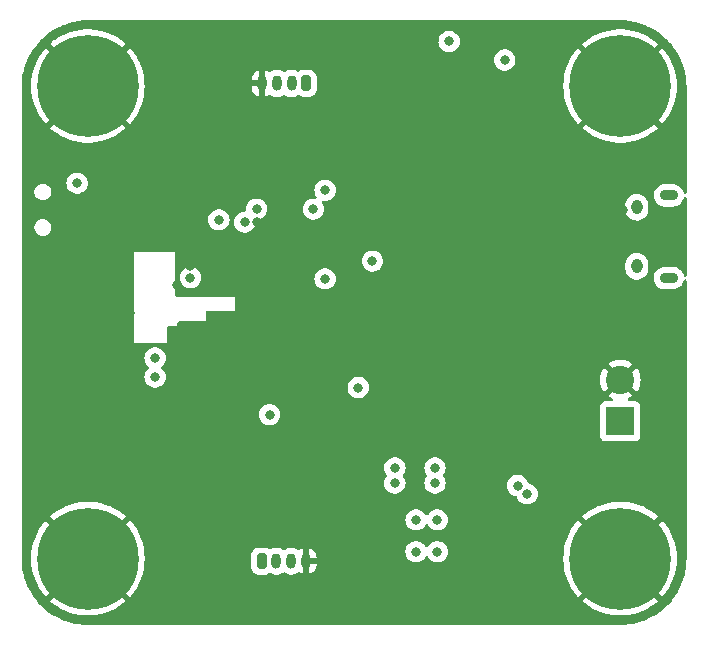
<source format=gbr>
%TF.GenerationSoftware,KiCad,Pcbnew,7.0.2*%
%TF.CreationDate,2023-06-03T12:41:16+05:30*%
%TF.ProjectId,STM32F4 based PCB,53544d33-3246-4342-9062-617365642050,rev?*%
%TF.SameCoordinates,Original*%
%TF.FileFunction,Copper,L2,Inr*%
%TF.FilePolarity,Positive*%
%FSLAX46Y46*%
G04 Gerber Fmt 4.6, Leading zero omitted, Abs format (unit mm)*
G04 Created by KiCad (PCBNEW 7.0.2) date 2023-06-03 12:41:16*
%MOMM*%
%LPD*%
G01*
G04 APERTURE LIST*
G04 Aperture macros list*
%AMRoundRect*
0 Rectangle with rounded corners*
0 $1 Rounding radius*
0 $2 $3 $4 $5 $6 $7 $8 $9 X,Y pos of 4 corners*
0 Add a 4 corners polygon primitive as box body*
4,1,4,$2,$3,$4,$5,$6,$7,$8,$9,$2,$3,0*
0 Add four circle primitives for the rounded corners*
1,1,$1+$1,$2,$3*
1,1,$1+$1,$4,$5*
1,1,$1+$1,$6,$7*
1,1,$1+$1,$8,$9*
0 Add four rect primitives between the rounded corners*
20,1,$1+$1,$2,$3,$4,$5,0*
20,1,$1+$1,$4,$5,$6,$7,0*
20,1,$1+$1,$6,$7,$8,$9,0*
20,1,$1+$1,$8,$9,$2,$3,0*%
G04 Aperture macros list end*
%TA.AperFunction,ComponentPad*%
%ADD10RoundRect,0.200000X-0.200000X-0.450000X0.200000X-0.450000X0.200000X0.450000X-0.200000X0.450000X0*%
%TD*%
%TA.AperFunction,ComponentPad*%
%ADD11O,0.800000X1.300000*%
%TD*%
%TA.AperFunction,ComponentPad*%
%ADD12C,0.900000*%
%TD*%
%TA.AperFunction,ComponentPad*%
%ADD13C,8.600000*%
%TD*%
%TA.AperFunction,ComponentPad*%
%ADD14O,1.550000X0.890000*%
%TD*%
%TA.AperFunction,ComponentPad*%
%ADD15O,0.950000X1.250000*%
%TD*%
%TA.AperFunction,ComponentPad*%
%ADD16R,2.400000X2.400000*%
%TD*%
%TA.AperFunction,ComponentPad*%
%ADD17C,2.400000*%
%TD*%
%TA.AperFunction,ComponentPad*%
%ADD18RoundRect,0.200000X0.200000X0.450000X-0.200000X0.450000X-0.200000X-0.450000X0.200000X-0.450000X0*%
%TD*%
%TA.AperFunction,ViaPad*%
%ADD19C,0.800000*%
%TD*%
G04 APERTURE END LIST*
D10*
%TO.N,+3.3V*%
%TO.C,J4*%
X108325000Y-96400000D03*
D11*
%TO.N,USART3_TX*%
X109575000Y-96400000D03*
%TO.N,USART3_RX*%
X110825000Y-96400000D03*
%TO.N,GND*%
X112075000Y-96400000D03*
%TD*%
D12*
%TO.N,GND*%
%TO.C,H1*%
X90385838Y-96180419D03*
X91330419Y-93900000D03*
X91330419Y-98460838D03*
X93610838Y-92955419D03*
D13*
X93610838Y-96180419D03*
D12*
X93610838Y-99405419D03*
X95891257Y-93900000D03*
X95891257Y-98460838D03*
X96835838Y-96180419D03*
%TD*%
%TO.N,GND*%
%TO.C,H4*%
X90385838Y-56160838D03*
X91330419Y-53880419D03*
X91330419Y-58441257D03*
X93610838Y-52935838D03*
D13*
X93610838Y-56160838D03*
D12*
X93610838Y-59385838D03*
X95891257Y-53880419D03*
X95891257Y-58441257D03*
X96835838Y-56160838D03*
%TD*%
%TO.N,GND*%
%TO.C,H3*%
X135455419Y-96180419D03*
X136400000Y-93900000D03*
X136400000Y-98460838D03*
X138680419Y-92955419D03*
D13*
X138680419Y-96180419D03*
D12*
X138680419Y-99405419D03*
X140960838Y-93900000D03*
X140960838Y-98460838D03*
X141905419Y-96180419D03*
%TD*%
D14*
%TO.N,unconnected-(J5-Shield-Pad6)*%
%TO.C,J5*%
X142800000Y-72438935D03*
D15*
X140100000Y-71438935D03*
X140100000Y-66438935D03*
D14*
X142800000Y-65438935D03*
%TD*%
D16*
%TO.N,+12V*%
%TO.C,J1*%
X138700000Y-84550000D03*
D17*
%TO.N,GND*%
X138700000Y-81050000D03*
%TD*%
D12*
%TO.N,GND*%
%TO.C,H2*%
X135455419Y-56180419D03*
X136400000Y-53900000D03*
X136400000Y-58460838D03*
X138680419Y-52955419D03*
D13*
X138680419Y-56180419D03*
D12*
X138680419Y-59405419D03*
X140960838Y-53900000D03*
X140960838Y-58460838D03*
X141905419Y-56180419D03*
%TD*%
D18*
%TO.N,+3.3V*%
%TO.C,J3*%
X112117965Y-55949581D03*
D11*
%TO.N,I2C_SCL*%
X110867965Y-55949581D03*
%TO.N,I2C1_SDA*%
X109617965Y-55949581D03*
%TO.N,GND*%
X108367965Y-55949581D03*
%TD*%
D19*
%TO.N,NRST*%
X113700000Y-72500000D03*
X113700000Y-65000000D03*
%TO.N,GND*%
X122900000Y-52400000D03*
X103000000Y-76800000D03*
X101500000Y-76800000D03*
X97100000Y-77200000D03*
X97200000Y-75400000D03*
X101200000Y-73000000D03*
X135400000Y-67300000D03*
X131800000Y-83700000D03*
X129800000Y-83600000D03*
X129800000Y-82600000D03*
X127800000Y-87229500D03*
X127800000Y-90200000D03*
X138958497Y-66641503D03*
X138058497Y-66641503D03*
X138041503Y-67581142D03*
X119200000Y-70600000D03*
X100100000Y-82400000D03*
X106700000Y-84000000D03*
X117900000Y-82500000D03*
X128912500Y-57768750D03*
X102300000Y-71400000D03*
X138963782Y-67581142D03*
X132500000Y-84300000D03*
X133400000Y-85100000D03*
X124700000Y-81100000D03*
X132400000Y-78500000D03*
X126100000Y-93300000D03*
X126100000Y-95000000D03*
X121600000Y-52400000D03*
X92700000Y-68900000D03*
%TO.N,+3.3V*%
X124200000Y-52400000D03*
%TO.N,GND*%
X131800000Y-82500000D03*
X103100000Y-67600000D03*
X107900000Y-67700000D03*
X135100000Y-88300000D03*
X126100000Y-92300000D03*
X116800000Y-84200000D03*
X133600000Y-78500000D03*
X124700000Y-83100000D03*
X134300000Y-87500000D03*
X127800000Y-89300000D03*
X126100000Y-96100000D03*
X117000000Y-69400000D03*
%TO.N,+3.3V*%
X107900000Y-66600000D03*
X109000000Y-84000000D03*
X102300000Y-72400000D03*
X99300000Y-79200000D03*
X121400000Y-95600000D03*
X123200000Y-92900000D03*
X99300000Y-80800000D03*
X92700000Y-64400000D03*
X106900000Y-67700000D03*
X116500000Y-81700000D03*
X112700000Y-66600000D03*
X128912500Y-53968750D03*
X123000000Y-89800000D03*
X130800000Y-90700000D03*
%TO.N,GND*%
X119100000Y-52300000D03*
%TO.N,+3.3V*%
X119600000Y-89800000D03*
X117700000Y-71000000D03*
X123000000Y-88500000D03*
X104700000Y-67500000D03*
X123200000Y-95600000D03*
X119600000Y-88500000D03*
X130000000Y-90000000D03*
X121400000Y-92900000D03*
%TD*%
%TA.AperFunction,Conductor*%
%TO.N,GND*%
G36*
X92035869Y-97651337D02*
G01*
X92250828Y-97852095D01*
X92275382Y-97869427D01*
X91625765Y-98519044D01*
X91634314Y-98488998D01*
X91623965Y-98377317D01*
X91573971Y-98276916D01*
X91491085Y-98201354D01*
X91386499Y-98160838D01*
X91302617Y-98160838D01*
X91270943Y-98166758D01*
X91923941Y-97513760D01*
X92035869Y-97651337D01*
G37*
%TD.AperFunction*%
%TA.AperFunction,Conductor*%
G36*
X95944810Y-98160838D02*
G01*
X95863455Y-98160838D01*
X95781007Y-98176250D01*
X95685647Y-98235295D01*
X95618056Y-98324800D01*
X95587362Y-98432678D01*
X95595309Y-98518444D01*
X94946293Y-97869427D01*
X94970848Y-97852095D01*
X95185807Y-97651337D01*
X95297733Y-97513761D01*
X95944810Y-98160838D01*
G37*
%TD.AperFunction*%
%TA.AperFunction,Conductor*%
G36*
X92275383Y-94491410D02*
G01*
X92250828Y-94508743D01*
X92035869Y-94709501D01*
X91923942Y-94847076D01*
X91276865Y-94200000D01*
X91358221Y-94200000D01*
X91440669Y-94184588D01*
X91536029Y-94125543D01*
X91603620Y-94036038D01*
X91634314Y-93928160D01*
X91626366Y-93842393D01*
X92275383Y-94491410D01*
G37*
%TD.AperFunction*%
%TA.AperFunction,Conductor*%
G36*
X95587362Y-93871840D02*
G01*
X95597711Y-93983521D01*
X95647705Y-94083922D01*
X95730591Y-94159484D01*
X95835177Y-94200000D01*
X95919059Y-94200000D01*
X95950727Y-94194080D01*
X95297732Y-94847075D01*
X95185807Y-94709501D01*
X94970848Y-94508743D01*
X94946291Y-94491409D01*
X95595912Y-93841788D01*
X95587362Y-93871840D01*
G37*
%TD.AperFunction*%
%TA.AperFunction,Conductor*%
G36*
X137105450Y-97651337D02*
G01*
X137320409Y-97852095D01*
X137344963Y-97869427D01*
X136695346Y-98519044D01*
X136703895Y-98488998D01*
X136693546Y-98377317D01*
X136643552Y-98276916D01*
X136560666Y-98201354D01*
X136456080Y-98160838D01*
X136372198Y-98160838D01*
X136340524Y-98166758D01*
X136993522Y-97513760D01*
X137105450Y-97651337D01*
G37*
%TD.AperFunction*%
%TA.AperFunction,Conductor*%
G36*
X141014392Y-98160838D02*
G01*
X140933036Y-98160838D01*
X140850588Y-98176250D01*
X140755228Y-98235295D01*
X140687637Y-98324800D01*
X140656943Y-98432678D01*
X140664890Y-98518444D01*
X140015874Y-97869427D01*
X140040429Y-97852095D01*
X140255388Y-97651337D01*
X140367314Y-97513761D01*
X141014392Y-98160838D01*
G37*
%TD.AperFunction*%
%TA.AperFunction,Conductor*%
G36*
X137344964Y-94491410D02*
G01*
X137320409Y-94508743D01*
X137105450Y-94709501D01*
X136993523Y-94847076D01*
X136346447Y-94200000D01*
X136427802Y-94200000D01*
X136510250Y-94184588D01*
X136605610Y-94125543D01*
X136673201Y-94036038D01*
X136703895Y-93928160D01*
X136695947Y-93842393D01*
X137344964Y-94491410D01*
G37*
%TD.AperFunction*%
%TA.AperFunction,Conductor*%
G36*
X140656943Y-93871840D02*
G01*
X140667292Y-93983521D01*
X140717286Y-94083922D01*
X140800172Y-94159484D01*
X140904758Y-94200000D01*
X140988640Y-94200000D01*
X141020309Y-94194080D01*
X140367313Y-94847075D01*
X140255388Y-94709501D01*
X140040429Y-94508743D01*
X140015872Y-94491409D01*
X140665493Y-93841788D01*
X140656943Y-93871840D01*
G37*
%TD.AperFunction*%
%TA.AperFunction,Conductor*%
G36*
X92035869Y-57631756D02*
G01*
X92250828Y-57832514D01*
X92275382Y-57849846D01*
X91625765Y-58499463D01*
X91634314Y-58469417D01*
X91623965Y-58357736D01*
X91573971Y-58257335D01*
X91491085Y-58181773D01*
X91386499Y-58141257D01*
X91302617Y-58141257D01*
X91270943Y-58147177D01*
X91923941Y-57494179D01*
X92035869Y-57631756D01*
G37*
%TD.AperFunction*%
%TA.AperFunction,Conductor*%
G36*
X95944811Y-58141257D02*
G01*
X95863455Y-58141257D01*
X95781007Y-58156669D01*
X95685647Y-58215714D01*
X95618056Y-58305219D01*
X95587362Y-58413097D01*
X95595309Y-58498863D01*
X94946293Y-57849846D01*
X94970848Y-57832514D01*
X95185807Y-57631756D01*
X95297733Y-57494180D01*
X95944811Y-58141257D01*
G37*
%TD.AperFunction*%
%TA.AperFunction,Conductor*%
G36*
X92275383Y-54471829D02*
G01*
X92250828Y-54489162D01*
X92035869Y-54689920D01*
X91923942Y-54827495D01*
X91276865Y-54180419D01*
X91358221Y-54180419D01*
X91440669Y-54165007D01*
X91536029Y-54105962D01*
X91603620Y-54016457D01*
X91634314Y-53908579D01*
X91626366Y-53822812D01*
X92275383Y-54471829D01*
G37*
%TD.AperFunction*%
%TA.AperFunction,Conductor*%
G36*
X95587362Y-53852259D02*
G01*
X95597711Y-53963940D01*
X95647705Y-54064341D01*
X95730591Y-54139903D01*
X95835177Y-54180419D01*
X95919059Y-54180419D01*
X95950728Y-54174499D01*
X95297732Y-54827494D01*
X95185807Y-54689920D01*
X94970848Y-54489162D01*
X94946291Y-54471828D01*
X95595912Y-53822207D01*
X95587362Y-53852259D01*
G37*
%TD.AperFunction*%
%TA.AperFunction,Conductor*%
G36*
X137105450Y-57651337D02*
G01*
X137320409Y-57852095D01*
X137344963Y-57869427D01*
X136695346Y-58519044D01*
X136703895Y-58488998D01*
X136693546Y-58377317D01*
X136643552Y-58276916D01*
X136560666Y-58201354D01*
X136456080Y-58160838D01*
X136372198Y-58160838D01*
X136340524Y-58166758D01*
X136993522Y-57513760D01*
X137105450Y-57651337D01*
G37*
%TD.AperFunction*%
%TA.AperFunction,Conductor*%
G36*
X141014392Y-58160838D02*
G01*
X140933036Y-58160838D01*
X140850588Y-58176250D01*
X140755228Y-58235295D01*
X140687637Y-58324800D01*
X140656943Y-58432678D01*
X140664890Y-58518444D01*
X140015874Y-57869427D01*
X140040429Y-57852095D01*
X140255388Y-57651337D01*
X140367314Y-57513761D01*
X141014392Y-58160838D01*
G37*
%TD.AperFunction*%
%TA.AperFunction,Conductor*%
G36*
X137344964Y-54491410D02*
G01*
X137320409Y-54508743D01*
X137105450Y-54709501D01*
X136993523Y-54847076D01*
X136346447Y-54200000D01*
X136427802Y-54200000D01*
X136510250Y-54184588D01*
X136605610Y-54125543D01*
X136673201Y-54036038D01*
X136703895Y-53928160D01*
X136695947Y-53842393D01*
X137344964Y-54491410D01*
G37*
%TD.AperFunction*%
%TA.AperFunction,Conductor*%
G36*
X140656943Y-53871840D02*
G01*
X140667292Y-53983521D01*
X140717286Y-54083922D01*
X140800172Y-54159484D01*
X140904758Y-54200000D01*
X140988640Y-54200000D01*
X141020309Y-54194080D01*
X140367313Y-54847075D01*
X140255388Y-54709501D01*
X140040429Y-54508743D01*
X140015872Y-54491409D01*
X140665493Y-53841788D01*
X140656943Y-53871840D01*
G37*
%TD.AperFunction*%
%TA.AperFunction,Conductor*%
G36*
X138702442Y-50600595D02*
G01*
X138941403Y-50609984D01*
X139139935Y-50618196D01*
X139149361Y-50618948D01*
X139380116Y-50646260D01*
X139406583Y-50649559D01*
X139588136Y-50672189D01*
X139596923Y-50673609D01*
X139823141Y-50718607D01*
X140030472Y-50762081D01*
X140038608Y-50764079D01*
X140259963Y-50826507D01*
X140464109Y-50887284D01*
X140471572Y-50889770D01*
X140560724Y-50922660D01*
X140687115Y-50969289D01*
X140748392Y-50993198D01*
X140886219Y-51046979D01*
X140892975Y-51049851D01*
X141100330Y-51145443D01*
X141102807Y-51146619D01*
X141294072Y-51240123D01*
X141300156Y-51243310D01*
X141499139Y-51354746D01*
X141502012Y-51356406D01*
X141685041Y-51465468D01*
X141690412Y-51468859D01*
X141879956Y-51595508D01*
X141883066Y-51597658D01*
X142056574Y-51721540D01*
X142061211Y-51725019D01*
X142240216Y-51866136D01*
X142243539Y-51868852D01*
X142337103Y-51948097D01*
X142406203Y-52006622D01*
X142410233Y-52010188D01*
X142577548Y-52164852D01*
X142581058Y-52168227D01*
X142731771Y-52318940D01*
X142735146Y-52322450D01*
X142889810Y-52489765D01*
X142893376Y-52493795D01*
X143031126Y-52656435D01*
X143033873Y-52659796D01*
X143174969Y-52838775D01*
X143178469Y-52843439D01*
X143266116Y-52966196D01*
X143302323Y-53016907D01*
X143304508Y-53020069D01*
X143414443Y-53184599D01*
X143431124Y-53209563D01*
X143434545Y-53214981D01*
X143543585Y-53397975D01*
X143545252Y-53400859D01*
X143656680Y-53599828D01*
X143659891Y-53605957D01*
X143753354Y-53797139D01*
X143754563Y-53799685D01*
X143850133Y-54006992D01*
X143853040Y-54013831D01*
X143930711Y-54212884D01*
X144010233Y-54428436D01*
X144012726Y-54435927D01*
X144024418Y-54475200D01*
X144073501Y-54640069D01*
X144135909Y-54861353D01*
X144137924Y-54869558D01*
X144181407Y-55076936D01*
X144226383Y-55303044D01*
X144227813Y-55311893D01*
X144253740Y-55519883D01*
X144281051Y-55750638D01*
X144281804Y-55760087D01*
X144290016Y-55958627D01*
X144299404Y-56197556D01*
X144299500Y-56202424D01*
X144299500Y-65200826D01*
X144279815Y-65267865D01*
X144227011Y-65313620D01*
X144157853Y-65323564D01*
X144094297Y-65294539D01*
X144056523Y-65235761D01*
X144052930Y-65219603D01*
X144050037Y-65200720D01*
X143983253Y-65020397D01*
X143983252Y-65020395D01*
X143881534Y-64857204D01*
X143749049Y-64717829D01*
X143591219Y-64607977D01*
X143414508Y-64532144D01*
X143226148Y-64493435D01*
X142422050Y-64493435D01*
X142418939Y-64493751D01*
X142418926Y-64493752D01*
X142278690Y-64508013D01*
X142095213Y-64565580D01*
X141927080Y-64658900D01*
X141781173Y-64784157D01*
X141663469Y-64936217D01*
X141578783Y-65108863D01*
X141578783Y-65108864D01*
X141537615Y-65267865D01*
X141530583Y-65295023D01*
X141520844Y-65487072D01*
X141549962Y-65677149D01*
X141616746Y-65857472D01*
X141616748Y-65857475D01*
X141718466Y-66020666D01*
X141850951Y-66160041D01*
X142008781Y-66269893D01*
X142185492Y-66345726D01*
X142373852Y-66384435D01*
X142373853Y-66384435D01*
X143174808Y-66384435D01*
X143177950Y-66384435D01*
X143321309Y-66369857D01*
X143504786Y-66312290D01*
X143672920Y-66218969D01*
X143818826Y-66093713D01*
X143935877Y-65942495D01*
X143936530Y-65941652D01*
X143956716Y-65900500D01*
X144021217Y-65769006D01*
X144055459Y-65636756D01*
X144091318Y-65576793D01*
X144153905Y-65545734D01*
X144223348Y-65553443D01*
X144277600Y-65597471D01*
X144299436Y-65663841D01*
X144299500Y-65667839D01*
X144299500Y-72200826D01*
X144279815Y-72267865D01*
X144227011Y-72313620D01*
X144157853Y-72323564D01*
X144094297Y-72294539D01*
X144056523Y-72235761D01*
X144052930Y-72219603D01*
X144050037Y-72200720D01*
X143983253Y-72020397D01*
X143950459Y-71967784D01*
X143881534Y-71857204D01*
X143749049Y-71717829D01*
X143591219Y-71607977D01*
X143414508Y-71532144D01*
X143226148Y-71493435D01*
X142422050Y-71493435D01*
X142418939Y-71493751D01*
X142418926Y-71493752D01*
X142278690Y-71508013D01*
X142095213Y-71565580D01*
X141927080Y-71658900D01*
X141781173Y-71784157D01*
X141663469Y-71936217D01*
X141578783Y-72108863D01*
X141555000Y-72200720D01*
X141530583Y-72295022D01*
X141525260Y-72400000D01*
X141520844Y-72487072D01*
X141549962Y-72677149D01*
X141616746Y-72857472D01*
X141616748Y-72857475D01*
X141718466Y-73020666D01*
X141850951Y-73160041D01*
X142008781Y-73269893D01*
X142185492Y-73345726D01*
X142373852Y-73384435D01*
X142373853Y-73384435D01*
X143174808Y-73384435D01*
X143177950Y-73384435D01*
X143321309Y-73369857D01*
X143504786Y-73312290D01*
X143672920Y-73218969D01*
X143818826Y-73093713D01*
X143887735Y-73004689D01*
X143936530Y-72941652D01*
X143941159Y-72932216D01*
X144021217Y-72769006D01*
X144055459Y-72636756D01*
X144091318Y-72576793D01*
X144153905Y-72545734D01*
X144223348Y-72553443D01*
X144277600Y-72597471D01*
X144299436Y-72663841D01*
X144299500Y-72667839D01*
X144299500Y-96197575D01*
X144299404Y-96202443D01*
X144290016Y-96441372D01*
X144281804Y-96639911D01*
X144281051Y-96649360D01*
X144253740Y-96880115D01*
X144227814Y-97088103D01*
X144226383Y-97096954D01*
X144181407Y-97323063D01*
X144137925Y-97530439D01*
X144135909Y-97538646D01*
X144073501Y-97759929D01*
X144012731Y-97964057D01*
X144010224Y-97971587D01*
X143930711Y-98187115D01*
X143853039Y-98386172D01*
X143850136Y-98393000D01*
X143754563Y-98600313D01*
X143753354Y-98602859D01*
X143659891Y-98794041D01*
X143656680Y-98800170D01*
X143545252Y-98999139D01*
X143543585Y-99002023D01*
X143434545Y-99185017D01*
X143431124Y-99190435D01*
X143304508Y-99379929D01*
X143302323Y-99383091D01*
X143178488Y-99556534D01*
X143174950Y-99561249D01*
X143033883Y-99740190D01*
X143031126Y-99743563D01*
X142893376Y-99906203D01*
X142889810Y-99910233D01*
X142735146Y-100077548D01*
X142731771Y-100081058D01*
X142581058Y-100231771D01*
X142577548Y-100235146D01*
X142410233Y-100389810D01*
X142406203Y-100393376D01*
X142243563Y-100531126D01*
X142240190Y-100533883D01*
X142061249Y-100674950D01*
X142056534Y-100678488D01*
X141883091Y-100802323D01*
X141879929Y-100804508D01*
X141690435Y-100931124D01*
X141685017Y-100934545D01*
X141502023Y-101043585D01*
X141499139Y-101045252D01*
X141300170Y-101156680D01*
X141294041Y-101159891D01*
X141102859Y-101253354D01*
X141100313Y-101254563D01*
X140893006Y-101350133D01*
X140886167Y-101353040D01*
X140687115Y-101430711D01*
X140506584Y-101497313D01*
X140471589Y-101510224D01*
X140471586Y-101510225D01*
X140464059Y-101512730D01*
X140259930Y-101573501D01*
X140038644Y-101635909D01*
X140030440Y-101637924D01*
X139823063Y-101681407D01*
X139596954Y-101726383D01*
X139588105Y-101727813D01*
X139380116Y-101753740D01*
X139149360Y-101781051D01*
X139139912Y-101781804D01*
X138941373Y-101790016D01*
X138702443Y-101799404D01*
X138697575Y-101799500D01*
X93602425Y-101799500D01*
X93597557Y-101799404D01*
X93358627Y-101790016D01*
X93160087Y-101781804D01*
X93150638Y-101781051D01*
X92919884Y-101753740D01*
X92711896Y-101727814D01*
X92703044Y-101726383D01*
X92476936Y-101681407D01*
X92269559Y-101637925D01*
X92261351Y-101635909D01*
X92040069Y-101573501D01*
X91955669Y-101548374D01*
X91835927Y-101512726D01*
X91828414Y-101510225D01*
X91687924Y-101458395D01*
X91612884Y-101430711D01*
X91524396Y-101396183D01*
X91413813Y-101353033D01*
X91406998Y-101350136D01*
X91199685Y-101254563D01*
X91197139Y-101253354D01*
X91005957Y-101159891D01*
X90999828Y-101156680D01*
X90800859Y-101045252D01*
X90797975Y-101043585D01*
X90614981Y-100934545D01*
X90609563Y-100931124D01*
X90420069Y-100804508D01*
X90416907Y-100802323D01*
X90344789Y-100750832D01*
X90243439Y-100678469D01*
X90238775Y-100674969D01*
X90059796Y-100533873D01*
X90056435Y-100531126D01*
X89893795Y-100393376D01*
X89889765Y-100389810D01*
X89722450Y-100235146D01*
X89718940Y-100231771D01*
X89568227Y-100081058D01*
X89564852Y-100077548D01*
X89410188Y-99910233D01*
X89406622Y-99906203D01*
X89359515Y-99850585D01*
X89268852Y-99743539D01*
X89266136Y-99740216D01*
X89125019Y-99561211D01*
X89121540Y-99556574D01*
X88997658Y-99383066D01*
X88995508Y-99379956D01*
X88868859Y-99190412D01*
X88865468Y-99185041D01*
X88756406Y-99002012D01*
X88754746Y-98999139D01*
X88643318Y-98800170D01*
X88640123Y-98794072D01*
X88546619Y-98602807D01*
X88545435Y-98600313D01*
X88494118Y-98488998D01*
X88449857Y-98392988D01*
X88446966Y-98386186D01*
X88369283Y-98187102D01*
X88289753Y-97971526D01*
X88287285Y-97964110D01*
X88226498Y-97759929D01*
X88164083Y-97538621D01*
X88162074Y-97530439D01*
X88158028Y-97511144D01*
X88118592Y-97323062D01*
X88111058Y-97285185D01*
X88073610Y-97096927D01*
X88072187Y-97088118D01*
X88046259Y-96880111D01*
X88018944Y-96649334D01*
X88018196Y-96639937D01*
X88009977Y-96441221D01*
X88009925Y-96439903D01*
X88000596Y-96202443D01*
X88000500Y-96197575D01*
X88000500Y-96183202D01*
X88806124Y-96183202D01*
X88825218Y-96608343D01*
X88825715Y-96613871D01*
X88882842Y-97035596D01*
X88883836Y-97041073D01*
X88978535Y-97455976D01*
X88980011Y-97461324D01*
X89111516Y-97866056D01*
X89113482Y-97871295D01*
X89280731Y-98262591D01*
X89283148Y-98267612D01*
X89484813Y-98642368D01*
X89487665Y-98647141D01*
X89722105Y-99002304D01*
X89725378Y-99006810D01*
X89990717Y-99339533D01*
X89994381Y-99343727D01*
X90043061Y-99394641D01*
X91035073Y-98402628D01*
X91026524Y-98432678D01*
X91036873Y-98544359D01*
X91086867Y-98644760D01*
X91169753Y-98720322D01*
X91274339Y-98760838D01*
X91358221Y-98760838D01*
X91389891Y-98754917D01*
X90397715Y-99747094D01*
X90612978Y-99935164D01*
X90617320Y-99938627D01*
X90961613Y-100188770D01*
X90966250Y-100191831D01*
X91331601Y-100410119D01*
X91336472Y-100412740D01*
X91719903Y-100597390D01*
X91725030Y-100599582D01*
X92123450Y-100749111D01*
X92128748Y-100750832D01*
X92538971Y-100864047D01*
X92544406Y-100865288D01*
X92963128Y-100941274D01*
X92968638Y-100942021D01*
X93392506Y-100980170D01*
X93398047Y-100980419D01*
X93823629Y-100980419D01*
X93829169Y-100980170D01*
X94253037Y-100942021D01*
X94258547Y-100941274D01*
X94677269Y-100865288D01*
X94682704Y-100864047D01*
X95092927Y-100750832D01*
X95098225Y-100749111D01*
X95496645Y-100599582D01*
X95501772Y-100597390D01*
X95885203Y-100412740D01*
X95890074Y-100410119D01*
X96255425Y-100191831D01*
X96260062Y-100188770D01*
X96604343Y-99938635D01*
X96608715Y-99935149D01*
X96823959Y-99747095D01*
X96823959Y-99747094D01*
X95837703Y-98760838D01*
X95919059Y-98760838D01*
X96001507Y-98745426D01*
X96096867Y-98686381D01*
X96164458Y-98596876D01*
X96195152Y-98488998D01*
X96187204Y-98403232D01*
X97178613Y-99394641D01*
X97178614Y-99394641D01*
X97227295Y-99343726D01*
X97230957Y-99339534D01*
X97496297Y-99006810D01*
X97499570Y-99002304D01*
X97734010Y-98647141D01*
X97736862Y-98642368D01*
X97938527Y-98267612D01*
X97940944Y-98262591D01*
X98108193Y-97871295D01*
X98110159Y-97866056D01*
X98241664Y-97461324D01*
X98243140Y-97455976D01*
X98337839Y-97041073D01*
X98338833Y-97035596D01*
X98356305Y-96906616D01*
X107424500Y-96906616D01*
X107424754Y-96909420D01*
X107424755Y-96909424D01*
X107430913Y-96977193D01*
X107430914Y-96977196D01*
X107481522Y-97139606D01*
X107507102Y-97181920D01*
X107569528Y-97285186D01*
X107689813Y-97405471D01*
X107689815Y-97405472D01*
X107835394Y-97493478D01*
X107997804Y-97544086D01*
X108068384Y-97550500D01*
X108071203Y-97550500D01*
X108578797Y-97550500D01*
X108581616Y-97550500D01*
X108652196Y-97544086D01*
X108814606Y-97493478D01*
X108956669Y-97407596D01*
X109024221Y-97389761D01*
X109090695Y-97411278D01*
X109093701Y-97413394D01*
X109122270Y-97434151D01*
X109122271Y-97434151D01*
X109122272Y-97434152D01*
X109295197Y-97511144D01*
X109480352Y-97550500D01*
X109480354Y-97550500D01*
X109669648Y-97550500D01*
X109827417Y-97516965D01*
X109854803Y-97511144D01*
X110027730Y-97434151D01*
X110127115Y-97361943D01*
X110192921Y-97338464D01*
X110260974Y-97354289D01*
X110272878Y-97361939D01*
X110372270Y-97434151D01*
X110372271Y-97434151D01*
X110372272Y-97434152D01*
X110545197Y-97511144D01*
X110730352Y-97550500D01*
X110730354Y-97550500D01*
X110919648Y-97550500D01*
X111077417Y-97516965D01*
X111104803Y-97511144D01*
X111174193Y-97480248D01*
X111277727Y-97434153D01*
X111277730Y-97434151D01*
X111377541Y-97361634D01*
X111443345Y-97338155D01*
X111511399Y-97353980D01*
X111523311Y-97361635D01*
X111622521Y-97433716D01*
X111795352Y-97510664D01*
X111824999Y-97516965D01*
X111825000Y-96650000D01*
X111824999Y-96424622D01*
X111839505Y-96497545D01*
X111894760Y-96580240D01*
X111977455Y-96635495D01*
X112050376Y-96650000D01*
X112099624Y-96650000D01*
X112324999Y-96650000D01*
X112324999Y-97516965D01*
X112354645Y-97510664D01*
X112527478Y-97433716D01*
X112680535Y-97322513D01*
X112807126Y-97181920D01*
X112901719Y-97018079D01*
X112960181Y-96838152D01*
X112974661Y-96700383D01*
X112975000Y-96693922D01*
X112975000Y-96650000D01*
X112324999Y-96650000D01*
X112099624Y-96650000D01*
X112172545Y-96635495D01*
X112255240Y-96580240D01*
X112310495Y-96497545D01*
X112329898Y-96400000D01*
X112310495Y-96302455D01*
X112255240Y-96219760D01*
X112172545Y-96164505D01*
X112099624Y-96150000D01*
X112050376Y-96150000D01*
X111977455Y-96164505D01*
X111894760Y-96219760D01*
X111839505Y-96302455D01*
X111824999Y-96375377D01*
X111824999Y-95283033D01*
X111795353Y-95289335D01*
X111622518Y-95366285D01*
X111523310Y-95438364D01*
X111457504Y-95461844D01*
X111389450Y-95446018D01*
X111377540Y-95438364D01*
X111277730Y-95365848D01*
X111104802Y-95288855D01*
X111077406Y-95283032D01*
X112324999Y-95283032D01*
X112324999Y-96149999D01*
X112325001Y-96150000D01*
X112975000Y-96150000D01*
X112975000Y-96106077D01*
X112974661Y-96099616D01*
X112960181Y-95961847D01*
X112901719Y-95781920D01*
X112807126Y-95618079D01*
X112790847Y-95600000D01*
X120494540Y-95600000D01*
X120514326Y-95788257D01*
X120572820Y-95968284D01*
X120667466Y-96132216D01*
X120794129Y-96272889D01*
X120947269Y-96384151D01*
X121120197Y-96461144D01*
X121305352Y-96500500D01*
X121305354Y-96500500D01*
X121494648Y-96500500D01*
X121618083Y-96474262D01*
X121679803Y-96461144D01*
X121852730Y-96384151D01*
X121945903Y-96316457D01*
X122005870Y-96272889D01*
X122089133Y-96180417D01*
X122132533Y-96132216D01*
X122152924Y-96096898D01*
X122192613Y-96028155D01*
X122243180Y-95979939D01*
X122311787Y-95966716D01*
X122376652Y-95992684D01*
X122407387Y-96028155D01*
X122467466Y-96132216D01*
X122594129Y-96272889D01*
X122747269Y-96384151D01*
X122920197Y-96461144D01*
X123105352Y-96500500D01*
X123105354Y-96500500D01*
X123294648Y-96500500D01*
X123418083Y-96474262D01*
X123479803Y-96461144D01*
X123652730Y-96384151D01*
X123745903Y-96316457D01*
X123805870Y-96272889D01*
X123886625Y-96183202D01*
X133875706Y-96183202D01*
X133894799Y-96608343D01*
X133895296Y-96613871D01*
X133952423Y-97035596D01*
X133953417Y-97041073D01*
X134048116Y-97455976D01*
X134049592Y-97461324D01*
X134181097Y-97866056D01*
X134183063Y-97871295D01*
X134350312Y-98262591D01*
X134352729Y-98267612D01*
X134554394Y-98642368D01*
X134557246Y-98647141D01*
X134791686Y-99002304D01*
X134794959Y-99006810D01*
X135060298Y-99339533D01*
X135063962Y-99343727D01*
X135112642Y-99394641D01*
X136104654Y-98402628D01*
X136096105Y-98432678D01*
X136106454Y-98544359D01*
X136156448Y-98644760D01*
X136239334Y-98720322D01*
X136343920Y-98760838D01*
X136427802Y-98760838D01*
X136459472Y-98754917D01*
X135467296Y-99747094D01*
X135682559Y-99935164D01*
X135686901Y-99938627D01*
X136031194Y-100188770D01*
X136035831Y-100191831D01*
X136401182Y-100410119D01*
X136406053Y-100412740D01*
X136789484Y-100597390D01*
X136794611Y-100599582D01*
X137193031Y-100749111D01*
X137198329Y-100750832D01*
X137608552Y-100864047D01*
X137613987Y-100865288D01*
X138032709Y-100941274D01*
X138038219Y-100942021D01*
X138462087Y-100980170D01*
X138467628Y-100980419D01*
X138893210Y-100980419D01*
X138898750Y-100980170D01*
X139322618Y-100942021D01*
X139328128Y-100941274D01*
X139746850Y-100865288D01*
X139752285Y-100864047D01*
X140162508Y-100750832D01*
X140167806Y-100749111D01*
X140566226Y-100599582D01*
X140571353Y-100597390D01*
X140954784Y-100412740D01*
X140959655Y-100410119D01*
X141325006Y-100191831D01*
X141329643Y-100188770D01*
X141673924Y-99938635D01*
X141678296Y-99935149D01*
X141893540Y-99747095D01*
X141893540Y-99747094D01*
X140907284Y-98760838D01*
X140988640Y-98760838D01*
X141071088Y-98745426D01*
X141166448Y-98686381D01*
X141234039Y-98596876D01*
X141264733Y-98488998D01*
X141256785Y-98403231D01*
X142248194Y-99394640D01*
X142296886Y-99343714D01*
X142300538Y-99339534D01*
X142565878Y-99006810D01*
X142569151Y-99002304D01*
X142803591Y-98647141D01*
X142806443Y-98642368D01*
X143008108Y-98267612D01*
X143010525Y-98262591D01*
X143177774Y-97871295D01*
X143179740Y-97866056D01*
X143311245Y-97461324D01*
X143312721Y-97455976D01*
X143407420Y-97041073D01*
X143408414Y-97035596D01*
X143465541Y-96613871D01*
X143466038Y-96608343D01*
X143485132Y-96183202D01*
X143485132Y-96177635D01*
X143466038Y-95752494D01*
X143465541Y-95746966D01*
X143408414Y-95325241D01*
X143407420Y-95319764D01*
X143312721Y-94904861D01*
X143311245Y-94899513D01*
X143179740Y-94494781D01*
X143177774Y-94489542D01*
X143010525Y-94098246D01*
X143008108Y-94093225D01*
X142806443Y-93718469D01*
X142803591Y-93713696D01*
X142569151Y-93358533D01*
X142565878Y-93354027D01*
X142300539Y-93021304D01*
X142296875Y-93017110D01*
X142248194Y-92966195D01*
X141256184Y-93958204D01*
X141264733Y-93928160D01*
X141254384Y-93816479D01*
X141204390Y-93716078D01*
X141121504Y-93640516D01*
X141016918Y-93600000D01*
X140933036Y-93600000D01*
X140901360Y-93605921D01*
X141893540Y-92613742D01*
X141678278Y-92425673D01*
X141673936Y-92422210D01*
X141329643Y-92172067D01*
X141325006Y-92169006D01*
X140959655Y-91950718D01*
X140954784Y-91948097D01*
X140571353Y-91763447D01*
X140566226Y-91761255D01*
X140167806Y-91611726D01*
X140162508Y-91610005D01*
X139752285Y-91496790D01*
X139746850Y-91495549D01*
X139328128Y-91419563D01*
X139322618Y-91418816D01*
X138898750Y-91380667D01*
X138893210Y-91380419D01*
X138467628Y-91380419D01*
X138462087Y-91380667D01*
X138038219Y-91418816D01*
X138032709Y-91419563D01*
X137613987Y-91495549D01*
X137608552Y-91496790D01*
X137198329Y-91610005D01*
X137193031Y-91611726D01*
X136794611Y-91761255D01*
X136789484Y-91763447D01*
X136406053Y-91948097D01*
X136401182Y-91950718D01*
X136035831Y-92169006D01*
X136031194Y-92172067D01*
X135686901Y-92422210D01*
X135682559Y-92425673D01*
X135467296Y-92613741D01*
X135467296Y-92613742D01*
X136453554Y-93600000D01*
X136372198Y-93600000D01*
X136289750Y-93615412D01*
X136194390Y-93674457D01*
X136126799Y-93763962D01*
X136096105Y-93871840D01*
X136104052Y-93957605D01*
X135112643Y-92966196D01*
X135112642Y-92966196D01*
X135063962Y-93017111D01*
X135060293Y-93021310D01*
X134794959Y-93354027D01*
X134791686Y-93358533D01*
X134557246Y-93713696D01*
X134554394Y-93718469D01*
X134352729Y-94093225D01*
X134350312Y-94098246D01*
X134183063Y-94489542D01*
X134181097Y-94494781D01*
X134049592Y-94899513D01*
X134048116Y-94904861D01*
X133953417Y-95319764D01*
X133952423Y-95325241D01*
X133895296Y-95746966D01*
X133894799Y-95752494D01*
X133875706Y-96177635D01*
X133875706Y-96183202D01*
X123886625Y-96183202D01*
X123889133Y-96180417D01*
X123932533Y-96132216D01*
X124027179Y-95968284D01*
X124085674Y-95788256D01*
X124105460Y-95600000D01*
X124085674Y-95411744D01*
X124043853Y-95283032D01*
X124027179Y-95231715D01*
X123932533Y-95067783D01*
X123805870Y-94927110D01*
X123652730Y-94815848D01*
X123479802Y-94738855D01*
X123294648Y-94699500D01*
X123294646Y-94699500D01*
X123105354Y-94699500D01*
X123105352Y-94699500D01*
X122920197Y-94738855D01*
X122747269Y-94815848D01*
X122594129Y-94927110D01*
X122467466Y-95067784D01*
X122407387Y-95171844D01*
X122356820Y-95220060D01*
X122288213Y-95233282D01*
X122223348Y-95207314D01*
X122192613Y-95171844D01*
X122132533Y-95067784D01*
X122005870Y-94927110D01*
X121852730Y-94815848D01*
X121679802Y-94738855D01*
X121494648Y-94699500D01*
X121494646Y-94699500D01*
X121305354Y-94699500D01*
X121305352Y-94699500D01*
X121120197Y-94738855D01*
X120947269Y-94815848D01*
X120794129Y-94927110D01*
X120667466Y-95067783D01*
X120572820Y-95231715D01*
X120514326Y-95411742D01*
X120494540Y-95600000D01*
X112790847Y-95600000D01*
X112680532Y-95477484D01*
X112527482Y-95366285D01*
X112354645Y-95289333D01*
X112324999Y-95283032D01*
X111077406Y-95283032D01*
X110919648Y-95249500D01*
X110919646Y-95249500D01*
X110730354Y-95249500D01*
X110730352Y-95249500D01*
X110545197Y-95288855D01*
X110372269Y-95365848D01*
X110272885Y-95438055D01*
X110207079Y-95461535D01*
X110139025Y-95445709D01*
X110127115Y-95438055D01*
X110027730Y-95365848D01*
X109854802Y-95288855D01*
X109669648Y-95249500D01*
X109669646Y-95249500D01*
X109480354Y-95249500D01*
X109480352Y-95249500D01*
X109295197Y-95288855D01*
X109122268Y-95365849D01*
X109093700Y-95386604D01*
X109027893Y-95410082D01*
X108959840Y-95394255D01*
X108956668Y-95392401D01*
X108836511Y-95319764D01*
X108814606Y-95306522D01*
X108652196Y-95255914D01*
X108652193Y-95255913D01*
X108584424Y-95249755D01*
X108584420Y-95249754D01*
X108581616Y-95249500D01*
X108068384Y-95249500D01*
X108065580Y-95249754D01*
X108065575Y-95249755D01*
X107997806Y-95255913D01*
X107916598Y-95281217D01*
X107835394Y-95306522D01*
X107835392Y-95306522D01*
X107835392Y-95306523D01*
X107689813Y-95394528D01*
X107569528Y-95514813D01*
X107481523Y-95660392D01*
X107430913Y-95822806D01*
X107425678Y-95880419D01*
X107424500Y-95893384D01*
X107424500Y-96906616D01*
X98356305Y-96906616D01*
X98395960Y-96613871D01*
X98396457Y-96608343D01*
X98415551Y-96183202D01*
X98415551Y-96177635D01*
X98396457Y-95752494D01*
X98395960Y-95746966D01*
X98338833Y-95325241D01*
X98337839Y-95319764D01*
X98243140Y-94904861D01*
X98241664Y-94899513D01*
X98110159Y-94494781D01*
X98108193Y-94489542D01*
X97940944Y-94098246D01*
X97938527Y-94093225D01*
X97736862Y-93718469D01*
X97734010Y-93713696D01*
X97499570Y-93358533D01*
X97496297Y-93354027D01*
X97230958Y-93021304D01*
X97227294Y-93017110D01*
X97178613Y-92966195D01*
X96186603Y-93958204D01*
X96195152Y-93928160D01*
X96184803Y-93816479D01*
X96134809Y-93716078D01*
X96051923Y-93640516D01*
X95947337Y-93600000D01*
X95863455Y-93600000D01*
X95831779Y-93605921D01*
X96537701Y-92900000D01*
X120494540Y-92900000D01*
X120514326Y-93088257D01*
X120572820Y-93268284D01*
X120667466Y-93432216D01*
X120794129Y-93572889D01*
X120947269Y-93684151D01*
X121120197Y-93761144D01*
X121305352Y-93800500D01*
X121305354Y-93800500D01*
X121494648Y-93800500D01*
X121618084Y-93774262D01*
X121679803Y-93761144D01*
X121852730Y-93684151D01*
X121912789Y-93640516D01*
X122005870Y-93572889D01*
X122132533Y-93432216D01*
X122192613Y-93328155D01*
X122243180Y-93279939D01*
X122311787Y-93266716D01*
X122376652Y-93292684D01*
X122407387Y-93328155D01*
X122467466Y-93432216D01*
X122594129Y-93572889D01*
X122747269Y-93684151D01*
X122920197Y-93761144D01*
X123105352Y-93800500D01*
X123105354Y-93800500D01*
X123294648Y-93800500D01*
X123418083Y-93774262D01*
X123479803Y-93761144D01*
X123652730Y-93684151D01*
X123712789Y-93640516D01*
X123805870Y-93572889D01*
X123932533Y-93432216D01*
X124027179Y-93268284D01*
X124036367Y-93240007D01*
X124085674Y-93088256D01*
X124105460Y-92900000D01*
X124085674Y-92711744D01*
X124027179Y-92531716D01*
X124027179Y-92531715D01*
X123932533Y-92367783D01*
X123805870Y-92227110D01*
X123652730Y-92115848D01*
X123479802Y-92038855D01*
X123294648Y-91999500D01*
X123294646Y-91999500D01*
X123105354Y-91999500D01*
X123105352Y-91999500D01*
X122920197Y-92038855D01*
X122747269Y-92115848D01*
X122594129Y-92227110D01*
X122467466Y-92367784D01*
X122407387Y-92471844D01*
X122356820Y-92520060D01*
X122288213Y-92533282D01*
X122223348Y-92507314D01*
X122192613Y-92471844D01*
X122132533Y-92367784D01*
X122005870Y-92227110D01*
X121852730Y-92115848D01*
X121679802Y-92038855D01*
X121494648Y-91999500D01*
X121494646Y-91999500D01*
X121305354Y-91999500D01*
X121305352Y-91999500D01*
X121120197Y-92038855D01*
X120947269Y-92115848D01*
X120794129Y-92227110D01*
X120667466Y-92367783D01*
X120572820Y-92531715D01*
X120514326Y-92711742D01*
X120494540Y-92900000D01*
X96537701Y-92900000D01*
X96823959Y-92613742D01*
X96608697Y-92425673D01*
X96604355Y-92422210D01*
X96260062Y-92172067D01*
X96255425Y-92169006D01*
X95890074Y-91950718D01*
X95885203Y-91948097D01*
X95501772Y-91763447D01*
X95496645Y-91761255D01*
X95098225Y-91611726D01*
X95092927Y-91610005D01*
X94682704Y-91496790D01*
X94677269Y-91495549D01*
X94258547Y-91419563D01*
X94253037Y-91418816D01*
X93829169Y-91380667D01*
X93823629Y-91380419D01*
X93398047Y-91380419D01*
X93392506Y-91380667D01*
X92968638Y-91418816D01*
X92963128Y-91419563D01*
X92544406Y-91495549D01*
X92538971Y-91496790D01*
X92128748Y-91610005D01*
X92123450Y-91611726D01*
X91725030Y-91761255D01*
X91719903Y-91763447D01*
X91336472Y-91948097D01*
X91331601Y-91950718D01*
X90966250Y-92169006D01*
X90961613Y-92172067D01*
X90617320Y-92422210D01*
X90612978Y-92425673D01*
X90397715Y-92613741D01*
X90397715Y-92613742D01*
X91383973Y-93600000D01*
X91302617Y-93600000D01*
X91220169Y-93615412D01*
X91124809Y-93674457D01*
X91057218Y-93763962D01*
X91026524Y-93871840D01*
X91034471Y-93957606D01*
X90043061Y-92966196D01*
X89994381Y-93017111D01*
X89990712Y-93021310D01*
X89725378Y-93354027D01*
X89722105Y-93358533D01*
X89487665Y-93713696D01*
X89484813Y-93718469D01*
X89283148Y-94093225D01*
X89280731Y-94098246D01*
X89113482Y-94489542D01*
X89111516Y-94494781D01*
X88980011Y-94899513D01*
X88978535Y-94904861D01*
X88883836Y-95319764D01*
X88882842Y-95325241D01*
X88825715Y-95746966D01*
X88825218Y-95752494D01*
X88806124Y-96177635D01*
X88806124Y-96183202D01*
X88000500Y-96183202D01*
X88000500Y-89799999D01*
X118694540Y-89799999D01*
X118714326Y-89988257D01*
X118772820Y-90168284D01*
X118867466Y-90332216D01*
X118994129Y-90472889D01*
X119147269Y-90584151D01*
X119320197Y-90661144D01*
X119505352Y-90700500D01*
X119505354Y-90700500D01*
X119694648Y-90700500D01*
X119824551Y-90672888D01*
X119879803Y-90661144D01*
X120052730Y-90584151D01*
X120205871Y-90472888D01*
X120332533Y-90332216D01*
X120427179Y-90168284D01*
X120485674Y-89988256D01*
X120505460Y-89800000D01*
X120505460Y-89799999D01*
X122094540Y-89799999D01*
X122114326Y-89988257D01*
X122172820Y-90168284D01*
X122267466Y-90332216D01*
X122394129Y-90472889D01*
X122547269Y-90584151D01*
X122720197Y-90661144D01*
X122905352Y-90700500D01*
X122905354Y-90700500D01*
X123094648Y-90700500D01*
X123224551Y-90672888D01*
X123279803Y-90661144D01*
X123452730Y-90584151D01*
X123605871Y-90472888D01*
X123732533Y-90332216D01*
X123827179Y-90168284D01*
X123881858Y-89999999D01*
X129094540Y-89999999D01*
X129114326Y-90188257D01*
X129172820Y-90368284D01*
X129267466Y-90532216D01*
X129394129Y-90672889D01*
X129547269Y-90784151D01*
X129720197Y-90861144D01*
X129849236Y-90888572D01*
X129910718Y-90921764D01*
X129941387Y-90971543D01*
X129972821Y-91068285D01*
X130067466Y-91232216D01*
X130194129Y-91372889D01*
X130347269Y-91484151D01*
X130520197Y-91561144D01*
X130705352Y-91600500D01*
X130705354Y-91600500D01*
X130894648Y-91600500D01*
X131018084Y-91574262D01*
X131079803Y-91561144D01*
X131252730Y-91484151D01*
X131395164Y-91380667D01*
X131405870Y-91372889D01*
X131532533Y-91232216D01*
X131627179Y-91068284D01*
X131658612Y-90971543D01*
X131685674Y-90888256D01*
X131705460Y-90700000D01*
X131685674Y-90511744D01*
X131639061Y-90368284D01*
X131627179Y-90331715D01*
X131532533Y-90167783D01*
X131405870Y-90027110D01*
X131252730Y-89915848D01*
X131079802Y-89838855D01*
X130950762Y-89811427D01*
X130889280Y-89778235D01*
X130858612Y-89728455D01*
X130827179Y-89631715D01*
X130732533Y-89467783D01*
X130605870Y-89327110D01*
X130452730Y-89215848D01*
X130279802Y-89138855D01*
X130094648Y-89099500D01*
X130094646Y-89099500D01*
X129905354Y-89099500D01*
X129905352Y-89099500D01*
X129720197Y-89138855D01*
X129547269Y-89215848D01*
X129394129Y-89327110D01*
X129267466Y-89467783D01*
X129172820Y-89631715D01*
X129114326Y-89811742D01*
X129094540Y-89999999D01*
X123881858Y-89999999D01*
X123885674Y-89988256D01*
X123905460Y-89800000D01*
X123885674Y-89611744D01*
X123827179Y-89431716D01*
X123827179Y-89431715D01*
X123732533Y-89267784D01*
X123701189Y-89232973D01*
X123670959Y-89169982D01*
X123679583Y-89100646D01*
X123701189Y-89067027D01*
X123706992Y-89060581D01*
X123732533Y-89032216D01*
X123827179Y-88868284D01*
X123885674Y-88688256D01*
X123905460Y-88500000D01*
X123885674Y-88311744D01*
X123827179Y-88131716D01*
X123827179Y-88131715D01*
X123732533Y-87967783D01*
X123605870Y-87827110D01*
X123452730Y-87715848D01*
X123279802Y-87638855D01*
X123094648Y-87599500D01*
X123094646Y-87599500D01*
X122905354Y-87599500D01*
X122905352Y-87599500D01*
X122720197Y-87638855D01*
X122547269Y-87715848D01*
X122394129Y-87827110D01*
X122267466Y-87967783D01*
X122172820Y-88131715D01*
X122114326Y-88311742D01*
X122094540Y-88499999D01*
X122114326Y-88688257D01*
X122172820Y-88868284D01*
X122267466Y-89032216D01*
X122298810Y-89067026D01*
X122329040Y-89130017D01*
X122320416Y-89199353D01*
X122298812Y-89232970D01*
X122267466Y-89267783D01*
X122172820Y-89431715D01*
X122114326Y-89611742D01*
X122094540Y-89799999D01*
X120505460Y-89799999D01*
X120485674Y-89611744D01*
X120427179Y-89431716D01*
X120427179Y-89431715D01*
X120332533Y-89267784D01*
X120301189Y-89232973D01*
X120270959Y-89169982D01*
X120279583Y-89100646D01*
X120301189Y-89067027D01*
X120306992Y-89060581D01*
X120332533Y-89032216D01*
X120427179Y-88868284D01*
X120485674Y-88688256D01*
X120505460Y-88500000D01*
X120485674Y-88311744D01*
X120427179Y-88131716D01*
X120427179Y-88131715D01*
X120332533Y-87967783D01*
X120205870Y-87827110D01*
X120052730Y-87715848D01*
X119879802Y-87638855D01*
X119694648Y-87599500D01*
X119694646Y-87599500D01*
X119505354Y-87599500D01*
X119505352Y-87599500D01*
X119320197Y-87638855D01*
X119147269Y-87715848D01*
X118994129Y-87827110D01*
X118867466Y-87967783D01*
X118772820Y-88131715D01*
X118714326Y-88311742D01*
X118694540Y-88499999D01*
X118714326Y-88688257D01*
X118772820Y-88868284D01*
X118867466Y-89032216D01*
X118898811Y-89067028D01*
X118929041Y-89130020D01*
X118920415Y-89199355D01*
X118898811Y-89232972D01*
X118867466Y-89267783D01*
X118772820Y-89431715D01*
X118714326Y-89611742D01*
X118694540Y-89799999D01*
X88000500Y-89799999D01*
X88000500Y-84000000D01*
X108094540Y-84000000D01*
X108114326Y-84188257D01*
X108172820Y-84368284D01*
X108267466Y-84532216D01*
X108394129Y-84672889D01*
X108547269Y-84784151D01*
X108720197Y-84861144D01*
X108905352Y-84900500D01*
X108905354Y-84900500D01*
X109094648Y-84900500D01*
X109218084Y-84874262D01*
X109279803Y-84861144D01*
X109452730Y-84784151D01*
X109605871Y-84672888D01*
X109732533Y-84532216D01*
X109827179Y-84368284D01*
X109885674Y-84188256D01*
X109905460Y-84000000D01*
X109885674Y-83811744D01*
X109827179Y-83631716D01*
X109827179Y-83631715D01*
X109732533Y-83467783D01*
X109605870Y-83327110D01*
X109452730Y-83215848D01*
X109279802Y-83138855D01*
X109094648Y-83099500D01*
X109094646Y-83099500D01*
X108905354Y-83099500D01*
X108905352Y-83099500D01*
X108720197Y-83138855D01*
X108547269Y-83215848D01*
X108394129Y-83327110D01*
X108267466Y-83467783D01*
X108172820Y-83631715D01*
X108114326Y-83811742D01*
X108094540Y-84000000D01*
X88000500Y-84000000D01*
X88000500Y-80800000D01*
X98394540Y-80800000D01*
X98414326Y-80988257D01*
X98472820Y-81168284D01*
X98567466Y-81332216D01*
X98694129Y-81472889D01*
X98847269Y-81584151D01*
X99020197Y-81661144D01*
X99205352Y-81700500D01*
X99205354Y-81700500D01*
X99394648Y-81700500D01*
X99397000Y-81700000D01*
X115594540Y-81700000D01*
X115614326Y-81888257D01*
X115672820Y-82068284D01*
X115767466Y-82232216D01*
X115894129Y-82372889D01*
X116047269Y-82484151D01*
X116220197Y-82561144D01*
X116405352Y-82600500D01*
X116405354Y-82600500D01*
X116594648Y-82600500D01*
X116718083Y-82574262D01*
X116779803Y-82561144D01*
X116952730Y-82484151D01*
X117105871Y-82372888D01*
X117232533Y-82232216D01*
X117327179Y-82068284D01*
X117385674Y-81888256D01*
X117405460Y-81700000D01*
X117385674Y-81511744D01*
X117333961Y-81352588D01*
X117327179Y-81331715D01*
X117232533Y-81167783D01*
X117126479Y-81049999D01*
X136995232Y-81049999D01*
X137014273Y-81304080D01*
X137070971Y-81552491D01*
X137164057Y-81789668D01*
X137291456Y-82010331D01*
X137333452Y-82062993D01*
X137333453Y-82062993D01*
X138137226Y-81259219D01*
X138175901Y-81352588D01*
X138272075Y-81477925D01*
X138397412Y-81574099D01*
X138490779Y-81612772D01*
X137686813Y-82416737D01*
X137847621Y-82526374D01*
X138029123Y-82613780D01*
X138080983Y-82660602D01*
X138099296Y-82728029D01*
X138078248Y-82794653D01*
X138024522Y-82839321D01*
X137975322Y-82849500D01*
X137455439Y-82849500D01*
X137455420Y-82849500D01*
X137452128Y-82849501D01*
X137448848Y-82849853D01*
X137448840Y-82849854D01*
X137392515Y-82855909D01*
X137257669Y-82906204D01*
X137142454Y-82992454D01*
X137056204Y-83107668D01*
X137005910Y-83242515D01*
X137005909Y-83242517D01*
X136999500Y-83302127D01*
X136999500Y-83305448D01*
X136999500Y-83305449D01*
X136999500Y-85794560D01*
X136999500Y-85794578D01*
X136999501Y-85797872D01*
X137005909Y-85857483D01*
X137056204Y-85992331D01*
X137142454Y-86107546D01*
X137257669Y-86193796D01*
X137392517Y-86244091D01*
X137452127Y-86250500D01*
X139947872Y-86250499D01*
X140007483Y-86244091D01*
X140142331Y-86193796D01*
X140257546Y-86107546D01*
X140343796Y-85992331D01*
X140394091Y-85857483D01*
X140400500Y-85797873D01*
X140400499Y-83302128D01*
X140394091Y-83242517D01*
X140343796Y-83107669D01*
X140257546Y-82992454D01*
X140142331Y-82906204D01*
X140007483Y-82855909D01*
X139947873Y-82849500D01*
X139944551Y-82849500D01*
X139424679Y-82849500D01*
X139357640Y-82829815D01*
X139311885Y-82777011D01*
X139301941Y-82707853D01*
X139330966Y-82644297D01*
X139370878Y-82613780D01*
X139552383Y-82526372D01*
X139713185Y-82416737D01*
X138909220Y-81612772D01*
X139002588Y-81574099D01*
X139127925Y-81477925D01*
X139224099Y-81352589D01*
X139262772Y-81259220D01*
X140066545Y-82062993D01*
X140066546Y-82062992D01*
X140108545Y-82010328D01*
X140235942Y-81789669D01*
X140329028Y-81552491D01*
X140385726Y-81304080D01*
X140404767Y-81049999D01*
X140385726Y-80795919D01*
X140329028Y-80547508D01*
X140235942Y-80310330D01*
X140108545Y-80089671D01*
X140066546Y-80037005D01*
X139262772Y-80840779D01*
X139224099Y-80747412D01*
X139127925Y-80622075D01*
X139002588Y-80525901D01*
X138909220Y-80487227D01*
X139713185Y-79683261D01*
X139552379Y-79573625D01*
X139322823Y-79463078D01*
X139079345Y-79387974D01*
X138827397Y-79350000D01*
X138572603Y-79350000D01*
X138320654Y-79387974D01*
X138077179Y-79463077D01*
X137847615Y-79573628D01*
X137686813Y-79683261D01*
X138490779Y-80487227D01*
X138397412Y-80525901D01*
X138272075Y-80622075D01*
X138175901Y-80747411D01*
X138137227Y-80840779D01*
X137333453Y-80037006D01*
X137291453Y-80089673D01*
X137164057Y-80310331D01*
X137070971Y-80547508D01*
X137014273Y-80795919D01*
X136995232Y-81049999D01*
X117126479Y-81049999D01*
X117105870Y-81027110D01*
X116952730Y-80915848D01*
X116779802Y-80838855D01*
X116594648Y-80799500D01*
X116594646Y-80799500D01*
X116405354Y-80799500D01*
X116405352Y-80799500D01*
X116220197Y-80838855D01*
X116047269Y-80915848D01*
X115894129Y-81027110D01*
X115767466Y-81167783D01*
X115672820Y-81331715D01*
X115614326Y-81511742D01*
X115594540Y-81700000D01*
X99397000Y-81700000D01*
X99518083Y-81674262D01*
X99579803Y-81661144D01*
X99752730Y-81584151D01*
X99766565Y-81574099D01*
X99905870Y-81472889D01*
X100032533Y-81332216D01*
X100127179Y-81168284D01*
X100127342Y-81167783D01*
X100185674Y-80988256D01*
X100205460Y-80800000D01*
X100185674Y-80611744D01*
X100127179Y-80431716D01*
X100127179Y-80431715D01*
X100032533Y-80267783D01*
X99905871Y-80127112D01*
X99868993Y-80100319D01*
X99826326Y-80044989D01*
X99820346Y-79975376D01*
X99852952Y-79913581D01*
X99868993Y-79899681D01*
X99905871Y-79872888D01*
X100032533Y-79732216D01*
X100127179Y-79568284D01*
X100185674Y-79388256D01*
X100205460Y-79200000D01*
X100185674Y-79011744D01*
X100127179Y-78831716D01*
X100127179Y-78831715D01*
X100032533Y-78667783D01*
X99905870Y-78527110D01*
X99752730Y-78415848D01*
X99579802Y-78338855D01*
X99394648Y-78299500D01*
X99394646Y-78299500D01*
X99205354Y-78299500D01*
X99205352Y-78299500D01*
X99020197Y-78338855D01*
X98847269Y-78415848D01*
X98694129Y-78527110D01*
X98567466Y-78667783D01*
X98472820Y-78831715D01*
X98414326Y-79011742D01*
X98394540Y-79200000D01*
X98414326Y-79388257D01*
X98472820Y-79568284D01*
X98567466Y-79732216D01*
X98694130Y-79872890D01*
X98731007Y-79899683D01*
X98773673Y-79955013D01*
X98779651Y-80024626D01*
X98747045Y-80086421D01*
X98731007Y-80100317D01*
X98694130Y-80127109D01*
X98567466Y-80267783D01*
X98472820Y-80431715D01*
X98414326Y-80611742D01*
X98394540Y-80800000D01*
X88000500Y-80800000D01*
X88000500Y-70200000D01*
X97500000Y-70200000D01*
X97500000Y-77900000D01*
X100300000Y-77900000D01*
X100300000Y-76624000D01*
X100319685Y-76556961D01*
X100372489Y-76511206D01*
X100424000Y-76500000D01*
X101200000Y-76500000D01*
X101200000Y-76224000D01*
X101219685Y-76156961D01*
X101272489Y-76111206D01*
X101324000Y-76100000D01*
X103599999Y-76100000D01*
X103600000Y-76100000D01*
X103600000Y-75324000D01*
X103619685Y-75256961D01*
X103672489Y-75211206D01*
X103724000Y-75200000D01*
X106100000Y-75200000D01*
X106100000Y-74000000D01*
X101124000Y-74000000D01*
X101056961Y-73980315D01*
X101011206Y-73927511D01*
X101000000Y-73876000D01*
X101000000Y-72400000D01*
X101394540Y-72400000D01*
X101414326Y-72588257D01*
X101472820Y-72768284D01*
X101567466Y-72932216D01*
X101694129Y-73072889D01*
X101847269Y-73184151D01*
X102020197Y-73261144D01*
X102205352Y-73300500D01*
X102205354Y-73300500D01*
X102394648Y-73300500D01*
X102538642Y-73269893D01*
X102579803Y-73261144D01*
X102752730Y-73184151D01*
X102905871Y-73072888D01*
X103032533Y-72932216D01*
X103127179Y-72768284D01*
X103185674Y-72588256D01*
X103194950Y-72500000D01*
X112794540Y-72500000D01*
X112814326Y-72688257D01*
X112872820Y-72868284D01*
X112967466Y-73032216D01*
X113094129Y-73172889D01*
X113247269Y-73284151D01*
X113420197Y-73361144D01*
X113605352Y-73400500D01*
X113605354Y-73400500D01*
X113794648Y-73400500D01*
X113938816Y-73369856D01*
X113979803Y-73361144D01*
X114152730Y-73284151D01*
X114305871Y-73172888D01*
X114432533Y-73032216D01*
X114527179Y-72868284D01*
X114585674Y-72688256D01*
X114605460Y-72500000D01*
X114585674Y-72311744D01*
X114532822Y-72149083D01*
X114527179Y-72131715D01*
X114432533Y-71967783D01*
X114305870Y-71827110D01*
X114152730Y-71715848D01*
X113979802Y-71638855D01*
X113794648Y-71599500D01*
X113794646Y-71599500D01*
X113605354Y-71599500D01*
X113605352Y-71599500D01*
X113420197Y-71638855D01*
X113247269Y-71715848D01*
X113094129Y-71827110D01*
X112967466Y-71967783D01*
X112872820Y-72131715D01*
X112814326Y-72311742D01*
X112794540Y-72500000D01*
X103194950Y-72500000D01*
X103205460Y-72400000D01*
X103185674Y-72211744D01*
X103127179Y-72031716D01*
X103127179Y-72031715D01*
X103032533Y-71867783D01*
X102905870Y-71727110D01*
X102752730Y-71615848D01*
X102579802Y-71538855D01*
X102394648Y-71499500D01*
X102394646Y-71499500D01*
X102205354Y-71499500D01*
X102205352Y-71499500D01*
X102020197Y-71538855D01*
X101847269Y-71615848D01*
X101694129Y-71727110D01*
X101567466Y-71867783D01*
X101472820Y-72031715D01*
X101414326Y-72211742D01*
X101394540Y-72400000D01*
X101000000Y-72400000D01*
X101000000Y-70999999D01*
X116794540Y-70999999D01*
X116814326Y-71188257D01*
X116872820Y-71368284D01*
X116967466Y-71532216D01*
X117094129Y-71672889D01*
X117247269Y-71784151D01*
X117420197Y-71861144D01*
X117605352Y-71900500D01*
X117605354Y-71900500D01*
X117794648Y-71900500D01*
X117918084Y-71874262D01*
X117979803Y-71861144D01*
X118152730Y-71784151D01*
X118246740Y-71715849D01*
X118305870Y-71672889D01*
X118336515Y-71638855D01*
X118336917Y-71638408D01*
X139124500Y-71638408D01*
X139124816Y-71641519D01*
X139124817Y-71641531D01*
X139139541Y-71786318D01*
X139198930Y-71975608D01*
X139295217Y-72149083D01*
X139424446Y-72299617D01*
X139581331Y-72421056D01*
X139666951Y-72463054D01*
X139759456Y-72508430D01*
X139951520Y-72558159D01*
X140149663Y-72568207D01*
X140345773Y-72538165D01*
X140531820Y-72469260D01*
X140700189Y-72364315D01*
X140843986Y-72227626D01*
X140957324Y-72064789D01*
X141035563Y-71882470D01*
X141075500Y-71688134D01*
X141075500Y-71239462D01*
X141060459Y-71091556D01*
X141060458Y-71091553D01*
X141060458Y-71091551D01*
X141001069Y-70902261D01*
X140951570Y-70813081D01*
X140904784Y-70728789D01*
X140904783Y-70728787D01*
X140904782Y-70728786D01*
X140775553Y-70578252D01*
X140618668Y-70456813D01*
X140440544Y-70369440D01*
X140248480Y-70319711D01*
X140050337Y-70309663D01*
X140050336Y-70309663D01*
X140050334Y-70309663D01*
X139854227Y-70339704D01*
X139668182Y-70408608D01*
X139499812Y-70513554D01*
X139356012Y-70650245D01*
X139242676Y-70813080D01*
X139164437Y-70995399D01*
X139144677Y-71091551D01*
X139124500Y-71189736D01*
X139124500Y-71638408D01*
X118336917Y-71638408D01*
X118432533Y-71532216D01*
X118527179Y-71368284D01*
X118585674Y-71188256D01*
X118605460Y-71000000D01*
X118585674Y-70811744D01*
X118555332Y-70718363D01*
X118527179Y-70631715D01*
X118432533Y-70467783D01*
X118305870Y-70327110D01*
X118152730Y-70215848D01*
X117979802Y-70138855D01*
X117794648Y-70099500D01*
X117794646Y-70099500D01*
X117605354Y-70099500D01*
X117605352Y-70099500D01*
X117420197Y-70138855D01*
X117247269Y-70215848D01*
X117094129Y-70327110D01*
X116967466Y-70467783D01*
X116872820Y-70631715D01*
X116814326Y-70811742D01*
X116794540Y-70999999D01*
X101000000Y-70999999D01*
X101000000Y-70200000D01*
X97900000Y-70200000D01*
X97500000Y-70200000D01*
X88000500Y-70200000D01*
X88000500Y-68235055D01*
X89089500Y-68235055D01*
X89130209Y-68400224D01*
X89130210Y-68400225D01*
X89209266Y-68550852D01*
X89322071Y-68678183D01*
X89462070Y-68774818D01*
X89621128Y-68835140D01*
X89747628Y-68850500D01*
X89751377Y-68850500D01*
X89828623Y-68850500D01*
X89832372Y-68850500D01*
X89958872Y-68835140D01*
X90117930Y-68774818D01*
X90257929Y-68678183D01*
X90370734Y-68550852D01*
X90449790Y-68400225D01*
X90490500Y-68235056D01*
X90490500Y-68064944D01*
X90449790Y-67899775D01*
X90370734Y-67749148D01*
X90257929Y-67621817D01*
X90257928Y-67621816D01*
X90257927Y-67621815D01*
X90117930Y-67525182D01*
X90051530Y-67500000D01*
X103794540Y-67500000D01*
X103814326Y-67688257D01*
X103872820Y-67868284D01*
X103967466Y-68032216D01*
X104094129Y-68172889D01*
X104247269Y-68284151D01*
X104420197Y-68361144D01*
X104605352Y-68400500D01*
X104605354Y-68400500D01*
X104794648Y-68400500D01*
X104924551Y-68372888D01*
X104979803Y-68361144D01*
X105152730Y-68284151D01*
X105305871Y-68172888D01*
X105432533Y-68032216D01*
X105527179Y-67868284D01*
X105581858Y-67700000D01*
X105994540Y-67700000D01*
X106014326Y-67888257D01*
X106072820Y-68068284D01*
X106167466Y-68232216D01*
X106294129Y-68372889D01*
X106447269Y-68484151D01*
X106620197Y-68561144D01*
X106805352Y-68600500D01*
X106805354Y-68600500D01*
X106994648Y-68600500D01*
X107118084Y-68574262D01*
X107179803Y-68561144D01*
X107352730Y-68484151D01*
X107505871Y-68372888D01*
X107632533Y-68232216D01*
X107727179Y-68068284D01*
X107785674Y-67888256D01*
X107805460Y-67700000D01*
X107798887Y-67637460D01*
X107811457Y-67568731D01*
X107859189Y-67517708D01*
X107922208Y-67500500D01*
X107994648Y-67500500D01*
X108162320Y-67464860D01*
X108179803Y-67461144D01*
X108352730Y-67384151D01*
X108505871Y-67272888D01*
X108632533Y-67132216D01*
X108727179Y-66968284D01*
X108785674Y-66788256D01*
X108805460Y-66600000D01*
X108805460Y-66599999D01*
X111794540Y-66599999D01*
X111814326Y-66788257D01*
X111872820Y-66968284D01*
X111967466Y-67132216D01*
X112094129Y-67272889D01*
X112247269Y-67384151D01*
X112420197Y-67461144D01*
X112605352Y-67500500D01*
X112605354Y-67500500D01*
X112794648Y-67500500D01*
X112962320Y-67464860D01*
X112979803Y-67461144D01*
X113152730Y-67384151D01*
X113305871Y-67272888D01*
X113432533Y-67132216D01*
X113527179Y-66968284D01*
X113585674Y-66788256D01*
X113601423Y-66638408D01*
X139124500Y-66638408D01*
X139124816Y-66641519D01*
X139124817Y-66641531D01*
X139139541Y-66786318D01*
X139198930Y-66975608D01*
X139295217Y-67149083D01*
X139424446Y-67299617D01*
X139581331Y-67421056D01*
X139639319Y-67449500D01*
X139759456Y-67508430D01*
X139951520Y-67558159D01*
X140149663Y-67568207D01*
X140345773Y-67538165D01*
X140531820Y-67469260D01*
X140700189Y-67364315D01*
X140843986Y-67227626D01*
X140957324Y-67064789D01*
X141035563Y-66882470D01*
X141075500Y-66688134D01*
X141075500Y-66239462D01*
X141060459Y-66091556D01*
X141060458Y-66091553D01*
X141060458Y-66091551D01*
X141001069Y-65902261D01*
X140972339Y-65850500D01*
X140904784Y-65728789D01*
X140904783Y-65728787D01*
X140904782Y-65728786D01*
X140775553Y-65578252D01*
X140618668Y-65456813D01*
X140440544Y-65369440D01*
X140436079Y-65368284D01*
X140248480Y-65319711D01*
X140050337Y-65309663D01*
X140050336Y-65309663D01*
X140050334Y-65309663D01*
X139854227Y-65339704D01*
X139668182Y-65408608D01*
X139499812Y-65513554D01*
X139356012Y-65650245D01*
X139242676Y-65813080D01*
X139187503Y-65941650D01*
X139164437Y-65995400D01*
X139124500Y-66189736D01*
X139124500Y-66638408D01*
X113601423Y-66638408D01*
X113605460Y-66600000D01*
X113585674Y-66411744D01*
X113539583Y-66269892D01*
X113527179Y-66231715D01*
X113447503Y-66093713D01*
X113437519Y-66076421D01*
X113421047Y-66008522D01*
X113443899Y-65942495D01*
X113498821Y-65899304D01*
X113568374Y-65892663D01*
X113570688Y-65893132D01*
X113605352Y-65900500D01*
X113605354Y-65900500D01*
X113794648Y-65900500D01*
X113918083Y-65874262D01*
X113979803Y-65861144D01*
X114152730Y-65784151D01*
X114173575Y-65769006D01*
X114305870Y-65672889D01*
X114432533Y-65532216D01*
X114527179Y-65368284D01*
X114542961Y-65319711D01*
X114585674Y-65188256D01*
X114605460Y-65000000D01*
X114585674Y-64811744D01*
X114527179Y-64631716D01*
X114527179Y-64631715D01*
X114432533Y-64467783D01*
X114305870Y-64327110D01*
X114152730Y-64215848D01*
X113979802Y-64138855D01*
X113794648Y-64099500D01*
X113794646Y-64099500D01*
X113605354Y-64099500D01*
X113605352Y-64099500D01*
X113420197Y-64138855D01*
X113247269Y-64215848D01*
X113094129Y-64327110D01*
X112967466Y-64467783D01*
X112872820Y-64631715D01*
X112814326Y-64811742D01*
X112794540Y-65000000D01*
X112814326Y-65188257D01*
X112872820Y-65368284D01*
X112962479Y-65523577D01*
X112978952Y-65591477D01*
X112956099Y-65657504D01*
X112901178Y-65700695D01*
X112831625Y-65707336D01*
X112829313Y-65706868D01*
X112794646Y-65699500D01*
X112605354Y-65699500D01*
X112605352Y-65699500D01*
X112420197Y-65738855D01*
X112247269Y-65815848D01*
X112094129Y-65927110D01*
X111967466Y-66067783D01*
X111872820Y-66231715D01*
X111814326Y-66411742D01*
X111794540Y-66599999D01*
X108805460Y-66599999D01*
X108785674Y-66411744D01*
X108739583Y-66269892D01*
X108727179Y-66231715D01*
X108632533Y-66067783D01*
X108505870Y-65927110D01*
X108352730Y-65815848D01*
X108179802Y-65738855D01*
X107994648Y-65699500D01*
X107994646Y-65699500D01*
X107805354Y-65699500D01*
X107805352Y-65699500D01*
X107620197Y-65738855D01*
X107447269Y-65815848D01*
X107294129Y-65927110D01*
X107167466Y-66067783D01*
X107072820Y-66231715D01*
X107014326Y-66411742D01*
X106994540Y-66600000D01*
X107001113Y-66662539D01*
X106988543Y-66731269D01*
X106940811Y-66782292D01*
X106877792Y-66799500D01*
X106805352Y-66799500D01*
X106620197Y-66838855D01*
X106447269Y-66915848D01*
X106294129Y-67027110D01*
X106167466Y-67167783D01*
X106072820Y-67331715D01*
X106014326Y-67511742D01*
X105994540Y-67700000D01*
X105581858Y-67700000D01*
X105585674Y-67688256D01*
X105605460Y-67500000D01*
X105585674Y-67311744D01*
X105532822Y-67149083D01*
X105527179Y-67131715D01*
X105432533Y-66967783D01*
X105305870Y-66827110D01*
X105152730Y-66715848D01*
X104979802Y-66638855D01*
X104794648Y-66599500D01*
X104794646Y-66599500D01*
X104605354Y-66599500D01*
X104605352Y-66599500D01*
X104420197Y-66638855D01*
X104247269Y-66715848D01*
X104094129Y-66827110D01*
X103967466Y-66967783D01*
X103872820Y-67131715D01*
X103814326Y-67311742D01*
X103794540Y-67500000D01*
X90051530Y-67500000D01*
X89958872Y-67464860D01*
X89836092Y-67449951D01*
X89836080Y-67449950D01*
X89832372Y-67449500D01*
X89747628Y-67449500D01*
X89743920Y-67449950D01*
X89743907Y-67449951D01*
X89621127Y-67464860D01*
X89462069Y-67525182D01*
X89322072Y-67621815D01*
X89209265Y-67749149D01*
X89130209Y-67899775D01*
X89089500Y-68064944D01*
X89089500Y-68235055D01*
X88000500Y-68235055D01*
X88000500Y-65235055D01*
X89089500Y-65235055D01*
X89130209Y-65400224D01*
X89159910Y-65456813D01*
X89209266Y-65550852D01*
X89322071Y-65678183D01*
X89462070Y-65774818D01*
X89621128Y-65835140D01*
X89747628Y-65850500D01*
X89751377Y-65850500D01*
X89828623Y-65850500D01*
X89832372Y-65850500D01*
X89958872Y-65835140D01*
X90117930Y-65774818D01*
X90257929Y-65678183D01*
X90370734Y-65550852D01*
X90449790Y-65400225D01*
X90490500Y-65235056D01*
X90490500Y-65064944D01*
X90449790Y-64899775D01*
X90370734Y-64749148D01*
X90257929Y-64621817D01*
X90257928Y-64621816D01*
X90257927Y-64621815D01*
X90117930Y-64525182D01*
X89958872Y-64464860D01*
X89836092Y-64449951D01*
X89836080Y-64449950D01*
X89832372Y-64449500D01*
X89747628Y-64449500D01*
X89743920Y-64449950D01*
X89743907Y-64449951D01*
X89621127Y-64464860D01*
X89462069Y-64525182D01*
X89322072Y-64621815D01*
X89209265Y-64749149D01*
X89130209Y-64899775D01*
X89089500Y-65064944D01*
X89089500Y-65235055D01*
X88000500Y-65235055D01*
X88000500Y-64400000D01*
X91794540Y-64400000D01*
X91814326Y-64588257D01*
X91872820Y-64768284D01*
X91967466Y-64932216D01*
X92094129Y-65072889D01*
X92247269Y-65184151D01*
X92420197Y-65261144D01*
X92605352Y-65300500D01*
X92605354Y-65300500D01*
X92794648Y-65300500D01*
X92918084Y-65274262D01*
X92979803Y-65261144D01*
X93152730Y-65184151D01*
X93256354Y-65108864D01*
X93305870Y-65072889D01*
X93432533Y-64932216D01*
X93527179Y-64768284D01*
X93543573Y-64717828D01*
X93585674Y-64588256D01*
X93605460Y-64400000D01*
X93585674Y-64211744D01*
X93555332Y-64118363D01*
X93527179Y-64031715D01*
X93432533Y-63867783D01*
X93305870Y-63727110D01*
X93152730Y-63615848D01*
X92979802Y-63538855D01*
X92794648Y-63499500D01*
X92794646Y-63499500D01*
X92605354Y-63499500D01*
X92605352Y-63499500D01*
X92420197Y-63538855D01*
X92247269Y-63615848D01*
X92094129Y-63727110D01*
X91967466Y-63867783D01*
X91872820Y-64031715D01*
X91814326Y-64211742D01*
X91794540Y-64400000D01*
X88000500Y-64400000D01*
X88000500Y-56202424D01*
X88000596Y-56197556D01*
X88001929Y-56163621D01*
X88806124Y-56163621D01*
X88825218Y-56588762D01*
X88825715Y-56594290D01*
X88882842Y-57016015D01*
X88883836Y-57021492D01*
X88978535Y-57436395D01*
X88980011Y-57441743D01*
X89111516Y-57846475D01*
X89113482Y-57851714D01*
X89280731Y-58243010D01*
X89283148Y-58248031D01*
X89484813Y-58622787D01*
X89487665Y-58627560D01*
X89722105Y-58982723D01*
X89725378Y-58987229D01*
X89990717Y-59319952D01*
X89994381Y-59324146D01*
X90043061Y-59375060D01*
X91035073Y-58383047D01*
X91026524Y-58413097D01*
X91036873Y-58524778D01*
X91086867Y-58625179D01*
X91169753Y-58700741D01*
X91274339Y-58741257D01*
X91358221Y-58741257D01*
X91389891Y-58735336D01*
X90397715Y-59727513D01*
X90612978Y-59915583D01*
X90617320Y-59919046D01*
X90961613Y-60169189D01*
X90966250Y-60172250D01*
X91331601Y-60390538D01*
X91336472Y-60393159D01*
X91719903Y-60577809D01*
X91725030Y-60580001D01*
X92123450Y-60729530D01*
X92128748Y-60731251D01*
X92538971Y-60844466D01*
X92544406Y-60845707D01*
X92963128Y-60921693D01*
X92968638Y-60922440D01*
X93392506Y-60960589D01*
X93398047Y-60960838D01*
X93823629Y-60960838D01*
X93829169Y-60960589D01*
X94253037Y-60922440D01*
X94258547Y-60921693D01*
X94677269Y-60845707D01*
X94682704Y-60844466D01*
X95092927Y-60731251D01*
X95098225Y-60729530D01*
X95496645Y-60580001D01*
X95501772Y-60577809D01*
X95885203Y-60393159D01*
X95890074Y-60390538D01*
X96255425Y-60172250D01*
X96260062Y-60169189D01*
X96604343Y-59919054D01*
X96608715Y-59915568D01*
X96823959Y-59727514D01*
X96823959Y-59727513D01*
X95837703Y-58741257D01*
X95919059Y-58741257D01*
X96001507Y-58725845D01*
X96096867Y-58666800D01*
X96164458Y-58577295D01*
X96195152Y-58469417D01*
X96187204Y-58383650D01*
X97178613Y-59375059D01*
X97227305Y-59324133D01*
X97230957Y-59319953D01*
X97496297Y-58987229D01*
X97499570Y-58982723D01*
X97734010Y-58627560D01*
X97736862Y-58622787D01*
X97938527Y-58248031D01*
X97940944Y-58243010D01*
X98108193Y-57851714D01*
X98110159Y-57846475D01*
X98241664Y-57441743D01*
X98243140Y-57436395D01*
X98337839Y-57021492D01*
X98338833Y-57016015D01*
X98395960Y-56594290D01*
X98396457Y-56588762D01*
X98413936Y-56199581D01*
X107467965Y-56199581D01*
X107467965Y-56243503D01*
X107468303Y-56249964D01*
X107482783Y-56387733D01*
X107541245Y-56567660D01*
X107635838Y-56731501D01*
X107762432Y-56872096D01*
X107915482Y-56983295D01*
X108088318Y-57060245D01*
X108117964Y-57066546D01*
X108117965Y-56199581D01*
X107467965Y-56199581D01*
X98413936Y-56199581D01*
X98415551Y-56163621D01*
X98415551Y-56158054D01*
X98406188Y-55949581D01*
X108113067Y-55949581D01*
X108132470Y-56047126D01*
X108187725Y-56129821D01*
X108270420Y-56185076D01*
X108343341Y-56199581D01*
X108392589Y-56199581D01*
X108465510Y-56185076D01*
X108548205Y-56129821D01*
X108603460Y-56047126D01*
X108617965Y-55974204D01*
X108617965Y-57066546D01*
X108647611Y-57060245D01*
X108820446Y-56983295D01*
X108919652Y-56911217D01*
X108985458Y-56887736D01*
X109053512Y-56903561D01*
X109065423Y-56911216D01*
X109165234Y-56983732D01*
X109338162Y-57060725D01*
X109523317Y-57100081D01*
X109523319Y-57100081D01*
X109712613Y-57100081D01*
X109870382Y-57066546D01*
X109897768Y-57060725D01*
X109985886Y-57021492D01*
X110070692Y-56983734D01*
X110071296Y-56983295D01*
X110170081Y-56911523D01*
X110235884Y-56888045D01*
X110303938Y-56903870D01*
X110315849Y-56911525D01*
X110415234Y-56983732D01*
X110588162Y-57060725D01*
X110773317Y-57100081D01*
X110773319Y-57100081D01*
X110962613Y-57100081D01*
X111120382Y-57066546D01*
X111147768Y-57060725D01*
X111320695Y-56983732D01*
X111349261Y-56962977D01*
X111415063Y-56939497D01*
X111483117Y-56955321D01*
X111486295Y-56957178D01*
X111628359Y-57043059D01*
X111790769Y-57093667D01*
X111861349Y-57100081D01*
X111864168Y-57100081D01*
X112371762Y-57100081D01*
X112374581Y-57100081D01*
X112445161Y-57093667D01*
X112607571Y-57043059D01*
X112753150Y-56955053D01*
X112873437Y-56834766D01*
X112961443Y-56689187D01*
X113012051Y-56526777D01*
X113018465Y-56456197D01*
X113018465Y-56183202D01*
X133875706Y-56183202D01*
X133894799Y-56608343D01*
X133895296Y-56613871D01*
X133952423Y-57035596D01*
X133953417Y-57041073D01*
X134048116Y-57455976D01*
X134049592Y-57461324D01*
X134181097Y-57866056D01*
X134183063Y-57871295D01*
X134350312Y-58262591D01*
X134352729Y-58267612D01*
X134554394Y-58642368D01*
X134557246Y-58647141D01*
X134791686Y-59002304D01*
X134794959Y-59006810D01*
X135060298Y-59339533D01*
X135063962Y-59343727D01*
X135112642Y-59394641D01*
X136104654Y-58402628D01*
X136096105Y-58432678D01*
X136106454Y-58544359D01*
X136156448Y-58644760D01*
X136239334Y-58720322D01*
X136343920Y-58760838D01*
X136427802Y-58760838D01*
X136459472Y-58754917D01*
X135467296Y-59747094D01*
X135682559Y-59935164D01*
X135686901Y-59938627D01*
X136031194Y-60188770D01*
X136035831Y-60191831D01*
X136401182Y-60410119D01*
X136406053Y-60412740D01*
X136789484Y-60597390D01*
X136794611Y-60599582D01*
X137193031Y-60749111D01*
X137198329Y-60750832D01*
X137608552Y-60864047D01*
X137613987Y-60865288D01*
X138032709Y-60941274D01*
X138038219Y-60942021D01*
X138462087Y-60980170D01*
X138467628Y-60980419D01*
X138893210Y-60980419D01*
X138898750Y-60980170D01*
X139322618Y-60942021D01*
X139328128Y-60941274D01*
X139746850Y-60865288D01*
X139752285Y-60864047D01*
X140162508Y-60750832D01*
X140167806Y-60749111D01*
X140566226Y-60599582D01*
X140571353Y-60597390D01*
X140954784Y-60412740D01*
X140959655Y-60410119D01*
X141325006Y-60191831D01*
X141329643Y-60188770D01*
X141673924Y-59938635D01*
X141678296Y-59935149D01*
X141893540Y-59747095D01*
X141893540Y-59747094D01*
X140907284Y-58760838D01*
X140988640Y-58760838D01*
X141071088Y-58745426D01*
X141166448Y-58686381D01*
X141234039Y-58596876D01*
X141264733Y-58488998D01*
X141256785Y-58403231D01*
X142248194Y-59394640D01*
X142296886Y-59343714D01*
X142300538Y-59339534D01*
X142565878Y-59006810D01*
X142569151Y-59002304D01*
X142803591Y-58647141D01*
X142806443Y-58642368D01*
X143008108Y-58267612D01*
X143010525Y-58262591D01*
X143177774Y-57871295D01*
X143179740Y-57866056D01*
X143311245Y-57461324D01*
X143312721Y-57455976D01*
X143407420Y-57041073D01*
X143408414Y-57035596D01*
X143465541Y-56613871D01*
X143466038Y-56608343D01*
X143485132Y-56183202D01*
X143485132Y-56177635D01*
X143466038Y-55752494D01*
X143465541Y-55746966D01*
X143408414Y-55325241D01*
X143407420Y-55319764D01*
X143312721Y-54904861D01*
X143311245Y-54899513D01*
X143179740Y-54494781D01*
X143177774Y-54489542D01*
X143010525Y-54098246D01*
X143008108Y-54093225D01*
X142806443Y-53718469D01*
X142803591Y-53713696D01*
X142569151Y-53358533D01*
X142565878Y-53354027D01*
X142300539Y-53021304D01*
X142296875Y-53017110D01*
X142248194Y-52966195D01*
X141256184Y-53958204D01*
X141264733Y-53928160D01*
X141254384Y-53816479D01*
X141204390Y-53716078D01*
X141121504Y-53640516D01*
X141016918Y-53600000D01*
X140933036Y-53600000D01*
X140901360Y-53605921D01*
X141893540Y-52613742D01*
X141678278Y-52425673D01*
X141673936Y-52422210D01*
X141329643Y-52172067D01*
X141325006Y-52169006D01*
X140959655Y-51950718D01*
X140954784Y-51948097D01*
X140571353Y-51763447D01*
X140566226Y-51761255D01*
X140167806Y-51611726D01*
X140162508Y-51610005D01*
X139752285Y-51496790D01*
X139746850Y-51495549D01*
X139328128Y-51419563D01*
X139322618Y-51418816D01*
X138898750Y-51380667D01*
X138893210Y-51380419D01*
X138467628Y-51380419D01*
X138462087Y-51380667D01*
X138038219Y-51418816D01*
X138032709Y-51419563D01*
X137613987Y-51495549D01*
X137608552Y-51496790D01*
X137198329Y-51610005D01*
X137193031Y-51611726D01*
X136794611Y-51761255D01*
X136789484Y-51763447D01*
X136406053Y-51948097D01*
X136401182Y-51950718D01*
X136035831Y-52169006D01*
X136031194Y-52172067D01*
X135686901Y-52422210D01*
X135682559Y-52425673D01*
X135467296Y-52613741D01*
X135467296Y-52613742D01*
X136453554Y-53600000D01*
X136372198Y-53600000D01*
X136289750Y-53615412D01*
X136194390Y-53674457D01*
X136126799Y-53763962D01*
X136096105Y-53871840D01*
X136104052Y-53957605D01*
X135112643Y-52966196D01*
X135112642Y-52966196D01*
X135063962Y-53017111D01*
X135060293Y-53021310D01*
X134794959Y-53354027D01*
X134791686Y-53358533D01*
X134557246Y-53713696D01*
X134554394Y-53718469D01*
X134352729Y-54093225D01*
X134350312Y-54098246D01*
X134183063Y-54489542D01*
X134181097Y-54494781D01*
X134049592Y-54899513D01*
X134048116Y-54904861D01*
X133953417Y-55319764D01*
X133952423Y-55325241D01*
X133895296Y-55746966D01*
X133894799Y-55752494D01*
X133875706Y-56177635D01*
X133875706Y-56183202D01*
X113018465Y-56183202D01*
X113018465Y-55442965D01*
X113012051Y-55372385D01*
X112961443Y-55209975D01*
X112873437Y-55064396D01*
X112873436Y-55064394D01*
X112753151Y-54944109D01*
X112629755Y-54869514D01*
X112607571Y-54856103D01*
X112445161Y-54805495D01*
X112445158Y-54805494D01*
X112377389Y-54799336D01*
X112377385Y-54799335D01*
X112374581Y-54799081D01*
X111861349Y-54799081D01*
X111858545Y-54799335D01*
X111858540Y-54799336D01*
X111790771Y-54805494D01*
X111712468Y-54829894D01*
X111628359Y-54856103D01*
X111628357Y-54856103D01*
X111628357Y-54856104D01*
X111486296Y-54941983D01*
X111418741Y-54959819D01*
X111352267Y-54938301D01*
X111349261Y-54936184D01*
X111320694Y-54915429D01*
X111147767Y-54838436D01*
X110962613Y-54799081D01*
X110962611Y-54799081D01*
X110773319Y-54799081D01*
X110773317Y-54799081D01*
X110588162Y-54838436D01*
X110415237Y-54915427D01*
X110315849Y-54987637D01*
X110250042Y-55011116D01*
X110181988Y-54995290D01*
X110170078Y-54987636D01*
X110101290Y-54937659D01*
X110070695Y-54915430D01*
X110070694Y-54915429D01*
X110070692Y-54915428D01*
X109897767Y-54838436D01*
X109712613Y-54799081D01*
X109712611Y-54799081D01*
X109523319Y-54799081D01*
X109523317Y-54799081D01*
X109338162Y-54838436D01*
X109165234Y-54915429D01*
X109065424Y-54987945D01*
X108999617Y-55011425D01*
X108931564Y-54995599D01*
X108919653Y-54987945D01*
X108820444Y-54915864D01*
X108647611Y-54838916D01*
X108617965Y-54832614D01*
X108617965Y-55924957D01*
X108603460Y-55852036D01*
X108548205Y-55769341D01*
X108465510Y-55714086D01*
X108392589Y-55699581D01*
X108343341Y-55699581D01*
X108270420Y-55714086D01*
X108187725Y-55769341D01*
X108132470Y-55852036D01*
X108113067Y-55949581D01*
X98406188Y-55949581D01*
X98396457Y-55732913D01*
X98395960Y-55727385D01*
X98392194Y-55699581D01*
X107467965Y-55699581D01*
X108117965Y-55699581D01*
X108117965Y-54832614D01*
X108088318Y-54838916D01*
X107915486Y-54915864D01*
X107762429Y-55027067D01*
X107635838Y-55167660D01*
X107541245Y-55331501D01*
X107482783Y-55511428D01*
X107468303Y-55649197D01*
X107467965Y-55655658D01*
X107467965Y-55699581D01*
X98392194Y-55699581D01*
X98338833Y-55305660D01*
X98337839Y-55300183D01*
X98243140Y-54885280D01*
X98241664Y-54879932D01*
X98110159Y-54475200D01*
X98108193Y-54469961D01*
X97940944Y-54078665D01*
X97938527Y-54073644D01*
X97882081Y-53968750D01*
X128007040Y-53968750D01*
X128011059Y-54006992D01*
X128026826Y-54157007D01*
X128085320Y-54337034D01*
X128179966Y-54500966D01*
X128306629Y-54641639D01*
X128459769Y-54752901D01*
X128632697Y-54829894D01*
X128817852Y-54869250D01*
X128817854Y-54869250D01*
X129007148Y-54869250D01*
X129152111Y-54838437D01*
X129192303Y-54829894D01*
X129365230Y-54752901D01*
X129518371Y-54641638D01*
X129645033Y-54500966D01*
X129739679Y-54337034D01*
X129798174Y-54157006D01*
X129817960Y-53968750D01*
X129798174Y-53780494D01*
X129746330Y-53620935D01*
X129739679Y-53600465D01*
X129645033Y-53436533D01*
X129518370Y-53295860D01*
X129365230Y-53184598D01*
X129192302Y-53107605D01*
X129007148Y-53068250D01*
X129007146Y-53068250D01*
X128817854Y-53068250D01*
X128817852Y-53068250D01*
X128632697Y-53107605D01*
X128459769Y-53184598D01*
X128306629Y-53295860D01*
X128179966Y-53436533D01*
X128085320Y-53600465D01*
X128026826Y-53780492D01*
X128007040Y-53968749D01*
X128007040Y-53968750D01*
X97882081Y-53968750D01*
X97736862Y-53698888D01*
X97734010Y-53694115D01*
X97499570Y-53338952D01*
X97496297Y-53334446D01*
X97230958Y-53001723D01*
X97227294Y-52997529D01*
X97178613Y-52946614D01*
X96186603Y-53938623D01*
X96195152Y-53908579D01*
X96184803Y-53796898D01*
X96134809Y-53696497D01*
X96051923Y-53620935D01*
X95947337Y-53580419D01*
X95863455Y-53580419D01*
X95831779Y-53586340D01*
X96823959Y-52594161D01*
X96608697Y-52406092D01*
X96604355Y-52402629D01*
X96600736Y-52400000D01*
X123294540Y-52400000D01*
X123314326Y-52588257D01*
X123372820Y-52768284D01*
X123467466Y-52932216D01*
X123594129Y-53072889D01*
X123747269Y-53184151D01*
X123920197Y-53261144D01*
X124105352Y-53300500D01*
X124105354Y-53300500D01*
X124294648Y-53300500D01*
X124418083Y-53274262D01*
X124479803Y-53261144D01*
X124652730Y-53184151D01*
X124805871Y-53072888D01*
X124932533Y-52932216D01*
X125027179Y-52768284D01*
X125085674Y-52588256D01*
X125105460Y-52400000D01*
X125085674Y-52211744D01*
X125027179Y-52031716D01*
X125027179Y-52031715D01*
X124932533Y-51867783D01*
X124805870Y-51727110D01*
X124652730Y-51615848D01*
X124479802Y-51538855D01*
X124294648Y-51499500D01*
X124294646Y-51499500D01*
X124105354Y-51499500D01*
X124105352Y-51499500D01*
X123920197Y-51538855D01*
X123747269Y-51615848D01*
X123594129Y-51727110D01*
X123467466Y-51867783D01*
X123372820Y-52031715D01*
X123314326Y-52211742D01*
X123294540Y-52400000D01*
X96600736Y-52400000D01*
X96260062Y-52152486D01*
X96255425Y-52149425D01*
X95890074Y-51931137D01*
X95885203Y-51928516D01*
X95501772Y-51743866D01*
X95496645Y-51741674D01*
X95098225Y-51592145D01*
X95092927Y-51590424D01*
X94682704Y-51477209D01*
X94677269Y-51475968D01*
X94258547Y-51399982D01*
X94253037Y-51399235D01*
X93829169Y-51361086D01*
X93823629Y-51360838D01*
X93398047Y-51360838D01*
X93392506Y-51361086D01*
X92968638Y-51399235D01*
X92963128Y-51399982D01*
X92544406Y-51475968D01*
X92538971Y-51477209D01*
X92128748Y-51590424D01*
X92123450Y-51592145D01*
X91725030Y-51741674D01*
X91719903Y-51743866D01*
X91336472Y-51928516D01*
X91331601Y-51931137D01*
X90966250Y-52149425D01*
X90961613Y-52152486D01*
X90617320Y-52402629D01*
X90612978Y-52406092D01*
X90397715Y-52594160D01*
X90397715Y-52594161D01*
X91383973Y-53580419D01*
X91302617Y-53580419D01*
X91220169Y-53595831D01*
X91124809Y-53654876D01*
X91057218Y-53744381D01*
X91026524Y-53852259D01*
X91034471Y-53938025D01*
X90043061Y-52946615D01*
X89994381Y-52997530D01*
X89990712Y-53001729D01*
X89725378Y-53334446D01*
X89722105Y-53338952D01*
X89487665Y-53694115D01*
X89484813Y-53698888D01*
X89283148Y-54073644D01*
X89280731Y-54078665D01*
X89113482Y-54469961D01*
X89111516Y-54475200D01*
X88980011Y-54879932D01*
X88978535Y-54885280D01*
X88883836Y-55300183D01*
X88882842Y-55305660D01*
X88825715Y-55727385D01*
X88825218Y-55732913D01*
X88806124Y-56158054D01*
X88806124Y-56163621D01*
X88001929Y-56163621D01*
X88007383Y-56024800D01*
X88009989Y-55958457D01*
X88018196Y-55760060D01*
X88018948Y-55750637D01*
X88019383Y-55746966D01*
X88046260Y-55519883D01*
X88055496Y-55445784D01*
X88072190Y-55311854D01*
X88073608Y-55303085D01*
X88118599Y-55076900D01*
X88162084Y-54869514D01*
X88164075Y-54861405D01*
X88226506Y-54640040D01*
X88287290Y-54435871D01*
X88289763Y-54428445D01*
X88369289Y-54212884D01*
X88391092Y-54157007D01*
X88446988Y-54013756D01*
X88449840Y-54007048D01*
X88545475Y-53799600D01*
X88546586Y-53797260D01*
X88640137Y-53605898D01*
X88643294Y-53599872D01*
X88754789Y-53400783D01*
X88756368Y-53398052D01*
X88865489Y-53214922D01*
X88868836Y-53209621D01*
X88995549Y-53019982D01*
X88997615Y-53016993D01*
X89121569Y-52843384D01*
X89124988Y-52838828D01*
X89266181Y-52659726D01*
X89268805Y-52656516D01*
X89406652Y-52493760D01*
X89410157Y-52489799D01*
X89564901Y-52322398D01*
X89568176Y-52318992D01*
X89718992Y-52168176D01*
X89722398Y-52164901D01*
X89889799Y-52010157D01*
X89893760Y-52006652D01*
X90056516Y-51868805D01*
X90059726Y-51866181D01*
X90238828Y-51724988D01*
X90243384Y-51721569D01*
X90416993Y-51597615D01*
X90419982Y-51595549D01*
X90609621Y-51468836D01*
X90614922Y-51465489D01*
X90798052Y-51356368D01*
X90800783Y-51354789D01*
X90999872Y-51243294D01*
X91005898Y-51240137D01*
X91197260Y-51146586D01*
X91199600Y-51145475D01*
X91407035Y-51049846D01*
X91413788Y-51046976D01*
X91612839Y-50969304D01*
X91828464Y-50889756D01*
X91835871Y-50887290D01*
X92040040Y-50826506D01*
X92261391Y-50764079D01*
X92269535Y-50762079D01*
X92476859Y-50718607D01*
X92703081Y-50673608D01*
X92711873Y-50672188D01*
X92919768Y-50646273D01*
X93150669Y-50618944D01*
X93160058Y-50618196D01*
X93358452Y-50609990D01*
X93597556Y-50600596D01*
X93602425Y-50600500D01*
X138697576Y-50600500D01*
X138702442Y-50600595D01*
G37*
%TD.AperFunction*%
%TD*%
M02*

</source>
